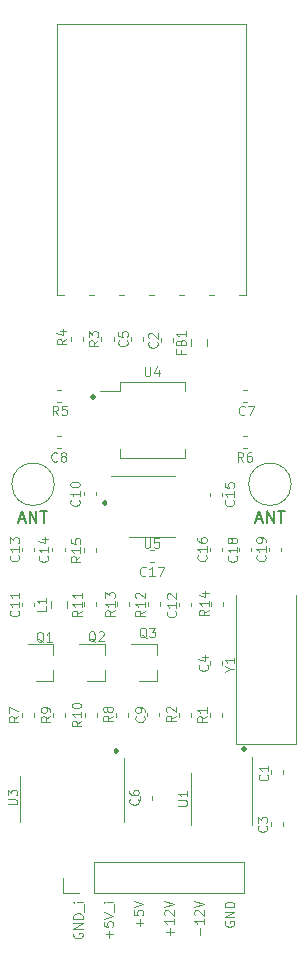
<source format=gto>
G04 #@! TF.GenerationSoftware,KiCad,Pcbnew,(5.1.12)-1*
G04 #@! TF.CreationDate,2021-12-21T10:19:35+01:00*
G04 #@! TF.ProjectId,Transmitter,5472616e-736d-4697-9474-65722e6b6963,rev?*
G04 #@! TF.SameCoordinates,Original*
G04 #@! TF.FileFunction,Legend,Top*
G04 #@! TF.FilePolarity,Positive*
%FSLAX46Y46*%
G04 Gerber Fmt 4.6, Leading zero omitted, Abs format (unit mm)*
G04 Created by KiCad (PCBNEW (5.1.12)-1) date 2021-12-21 10:19:35*
%MOMM*%
%LPD*%
G01*
G04 APERTURE LIST*
%ADD10C,0.100000*%
%ADD11C,0.300000*%
%ADD12C,0.150000*%
%ADD13C,0.120000*%
%ADD14C,3.200000*%
%ADD15R,2.000000X4.500000*%
%ADD16R,2.514000X3.200000*%
%ADD17R,0.900000X0.800000*%
%ADD18C,3.000000*%
%ADD19O,1.700000X1.700000*%
%ADD20R,1.700000X1.700000*%
G04 APERTURE END LIST*
D10*
X136400000Y-125999999D02*
X136361904Y-126076190D01*
X136361904Y-126190476D01*
X136400000Y-126304761D01*
X136476190Y-126380952D01*
X136552380Y-126419047D01*
X136704761Y-126457142D01*
X136819047Y-126457142D01*
X136971428Y-126419047D01*
X137047619Y-126380952D01*
X137123809Y-126304761D01*
X137161904Y-126190476D01*
X137161904Y-126114285D01*
X137123809Y-125999999D01*
X137085714Y-125961904D01*
X136819047Y-125961904D01*
X136819047Y-126114285D01*
X137161904Y-125619047D02*
X136361904Y-125619047D01*
X137161904Y-125161904D01*
X136361904Y-125161904D01*
X137161904Y-124780952D02*
X136361904Y-124780952D01*
X136361904Y-124590476D01*
X136400000Y-124476190D01*
X136476190Y-124399999D01*
X136552380Y-124361904D01*
X136704761Y-124323809D01*
X136819047Y-124323809D01*
X136971428Y-124361904D01*
X137047619Y-124399999D01*
X137123809Y-124476190D01*
X137161904Y-124590476D01*
X137161904Y-124780952D01*
X137238095Y-124171428D02*
X137238095Y-123561904D01*
X137161904Y-123371428D02*
X136628571Y-123371428D01*
X136361904Y-123371428D02*
X136400000Y-123409523D01*
X136438095Y-123371428D01*
X136400000Y-123333333D01*
X136361904Y-123371428D01*
X136438095Y-123371428D01*
X139417142Y-126419047D02*
X139417142Y-125809523D01*
X139721904Y-126114285D02*
X139112380Y-126114285D01*
X138921904Y-125047618D02*
X138921904Y-125428571D01*
X139302857Y-125466666D01*
X139264761Y-125428571D01*
X139226666Y-125352380D01*
X139226666Y-125161904D01*
X139264761Y-125085714D01*
X139302857Y-125047618D01*
X139379047Y-125009523D01*
X139569523Y-125009523D01*
X139645714Y-125047618D01*
X139683809Y-125085714D01*
X139721904Y-125161904D01*
X139721904Y-125352380D01*
X139683809Y-125428571D01*
X139645714Y-125466666D01*
X138921904Y-124780952D02*
X139721904Y-124514285D01*
X138921904Y-124247618D01*
X139798095Y-124171428D02*
X139798095Y-123561904D01*
X139721904Y-123371428D02*
X139188571Y-123371428D01*
X138921904Y-123371428D02*
X138960000Y-123409523D01*
X138998095Y-123371428D01*
X138960000Y-123333333D01*
X138921904Y-123371428D01*
X138998095Y-123371428D01*
X141977142Y-125428571D02*
X141977142Y-124819047D01*
X142281904Y-125123809D02*
X141672380Y-125123809D01*
X141481904Y-124057142D02*
X141481904Y-124438095D01*
X141862857Y-124476190D01*
X141824761Y-124438095D01*
X141786666Y-124361904D01*
X141786666Y-124171428D01*
X141824761Y-124095238D01*
X141862857Y-124057142D01*
X141939047Y-124019047D01*
X142129523Y-124019047D01*
X142205714Y-124057142D01*
X142243809Y-124095238D01*
X142281904Y-124171428D01*
X142281904Y-124361904D01*
X142243809Y-124438095D01*
X142205714Y-124476190D01*
X141481904Y-123790476D02*
X142281904Y-123523809D01*
X141481904Y-123257142D01*
X144537142Y-126190475D02*
X144537142Y-125580952D01*
X144841904Y-125885713D02*
X144232380Y-125885713D01*
X144841904Y-124780952D02*
X144841904Y-125238094D01*
X144841904Y-125009523D02*
X144041904Y-125009523D01*
X144156190Y-125085713D01*
X144232380Y-125161904D01*
X144270476Y-125238094D01*
X144118095Y-124476190D02*
X144080000Y-124438094D01*
X144041904Y-124361904D01*
X144041904Y-124171428D01*
X144080000Y-124095237D01*
X144118095Y-124057142D01*
X144194285Y-124019047D01*
X144270476Y-124019047D01*
X144384761Y-124057142D01*
X144841904Y-124514285D01*
X144841904Y-124019047D01*
X144041904Y-123790475D02*
X144841904Y-123523809D01*
X144041904Y-123257142D01*
X147097142Y-126190475D02*
X147097142Y-125580952D01*
X147401904Y-124780952D02*
X147401904Y-125238094D01*
X147401904Y-125009523D02*
X146601904Y-125009523D01*
X146716190Y-125085713D01*
X146792380Y-125161904D01*
X146830476Y-125238094D01*
X146678095Y-124476190D02*
X146640000Y-124438094D01*
X146601904Y-124361904D01*
X146601904Y-124171428D01*
X146640000Y-124095237D01*
X146678095Y-124057142D01*
X146754285Y-124019047D01*
X146830476Y-124019047D01*
X146944761Y-124057142D01*
X147401904Y-124514285D01*
X147401904Y-124019047D01*
X146601904Y-123790475D02*
X147401904Y-123523809D01*
X146601904Y-123257142D01*
X149200000Y-125009523D02*
X149161904Y-125085714D01*
X149161904Y-125200000D01*
X149200000Y-125314285D01*
X149276190Y-125390476D01*
X149352380Y-125428571D01*
X149504761Y-125466666D01*
X149619047Y-125466666D01*
X149771428Y-125428571D01*
X149847619Y-125390476D01*
X149923809Y-125314285D01*
X149961904Y-125200000D01*
X149961904Y-125123809D01*
X149923809Y-125009523D01*
X149885714Y-124971428D01*
X149619047Y-124971428D01*
X149619047Y-125123809D01*
X149961904Y-124628571D02*
X149161904Y-124628571D01*
X149961904Y-124171428D01*
X149161904Y-124171428D01*
X149961904Y-123790476D02*
X149161904Y-123790476D01*
X149161904Y-123600000D01*
X149200000Y-123485714D01*
X149276190Y-123409523D01*
X149352380Y-123371428D01*
X149504761Y-123333333D01*
X149619047Y-123333333D01*
X149771428Y-123371428D01*
X149847619Y-123409523D01*
X149923809Y-123485714D01*
X149961904Y-123600000D01*
X149961904Y-123790476D01*
D11*
X138000000Y-80535714D02*
X138071428Y-80607142D01*
X138000000Y-80678571D01*
X137928571Y-80607142D01*
X138000000Y-80535714D01*
X138000000Y-80678571D01*
D12*
X151857142Y-90966666D02*
X152333333Y-90966666D01*
X151761904Y-91252380D02*
X152095238Y-90252380D01*
X152428571Y-91252380D01*
X152761904Y-91252380D02*
X152761904Y-90252380D01*
X153333333Y-91252380D01*
X153333333Y-90252380D01*
X153666666Y-90252380D02*
X154238095Y-90252380D01*
X153952380Y-91252380D02*
X153952380Y-90252380D01*
X131757142Y-90966666D02*
X132233333Y-90966666D01*
X131661904Y-91252380D02*
X131995238Y-90252380D01*
X132328571Y-91252380D01*
X132661904Y-91252380D02*
X132661904Y-90252380D01*
X133233333Y-91252380D01*
X133233333Y-90252380D01*
X133566666Y-90252380D02*
X134138095Y-90252380D01*
X133852380Y-91252380D02*
X133852380Y-90252380D01*
D11*
X150800000Y-110335714D02*
X150871428Y-110407142D01*
X150800000Y-110478571D01*
X150728571Y-110407142D01*
X150800000Y-110335714D01*
X150800000Y-110478571D01*
X140000000Y-110535714D02*
X140071428Y-110607142D01*
X140000000Y-110678571D01*
X139928571Y-110607142D01*
X140000000Y-110535714D01*
X140000000Y-110678571D01*
X139000000Y-89535714D02*
X139071428Y-89607142D01*
X139000000Y-89678571D01*
X138928571Y-89607142D01*
X139000000Y-89535714D01*
X139000000Y-89678571D01*
D13*
X137290000Y-93771267D02*
X137290000Y-93428733D01*
X138310000Y-93771267D02*
X138310000Y-93428733D01*
X134440000Y-98436252D02*
X134440000Y-97913748D01*
X135860000Y-98436252D02*
X135860000Y-97913748D01*
X146290000Y-75738748D02*
X146290000Y-76261252D01*
X147710000Y-75738748D02*
X147710000Y-76261252D01*
X152890000Y-93353733D02*
X152890000Y-93646267D01*
X153910000Y-93353733D02*
X153910000Y-93646267D01*
X155200000Y-109950000D02*
X155200000Y-97350000D01*
X150100000Y-109950000D02*
X155200000Y-109950000D01*
X150100000Y-97350000D02*
X150100000Y-109950000D01*
X143030499Y-92460000D02*
X144980499Y-92460000D01*
X143030499Y-92460000D02*
X141080499Y-92460000D01*
X143030499Y-87340000D02*
X144980499Y-87340000D01*
X143030499Y-87340000D02*
X139580499Y-87340000D01*
X140270499Y-80085000D02*
X138580499Y-80085000D01*
X140270499Y-79340000D02*
X140270499Y-80085000D01*
X143030499Y-79340000D02*
X140270499Y-79340000D01*
X145790499Y-79340000D02*
X145790499Y-80085000D01*
X143030499Y-79340000D02*
X145790499Y-79340000D01*
X140270499Y-85760000D02*
X140270499Y-85015000D01*
X143030499Y-85760000D02*
X140270499Y-85760000D01*
X145790499Y-85760000D02*
X145790499Y-85015000D01*
X143030499Y-85760000D02*
X145790499Y-85760000D01*
X140685000Y-114650000D02*
X140685000Y-111200000D01*
X140685000Y-114650000D02*
X140685000Y-116600000D01*
X131815000Y-114650000D02*
X131815000Y-112700000D01*
X131815000Y-114650000D02*
X131815000Y-116600000D01*
X135000000Y-49000000D02*
X151000000Y-49000000D01*
X135000000Y-72000000D02*
X135000000Y-49000000D01*
X151000000Y-72000000D02*
X135000000Y-72000000D01*
X151000000Y-49000000D02*
X151000000Y-72000000D01*
X151510000Y-114650000D02*
X151510000Y-111050000D01*
X151510000Y-114650000D02*
X151510000Y-116850000D01*
X146290000Y-114650000D02*
X146290000Y-112450000D01*
X146290000Y-114650000D02*
X146290000Y-116850000D01*
X149010000Y-98346267D02*
X149010000Y-98003733D01*
X147990000Y-98346267D02*
X147990000Y-98003733D01*
X140090000Y-97978733D02*
X140090000Y-98321267D01*
X141110000Y-97978733D02*
X141110000Y-98321267D01*
X143710000Y-98346267D02*
X143710000Y-98003733D01*
X142690000Y-98346267D02*
X142690000Y-98003733D01*
X138310000Y-98346267D02*
X138310000Y-98003733D01*
X137290000Y-98346267D02*
X137290000Y-98003733D01*
X137306666Y-107328733D02*
X137306666Y-107671267D01*
X138326666Y-107328733D02*
X138326666Y-107671267D01*
X135668333Y-107671267D02*
X135668333Y-107328733D01*
X134648333Y-107671267D02*
X134648333Y-107328733D01*
X139964999Y-107328733D02*
X139964999Y-107671267D01*
X140984999Y-107328733D02*
X140984999Y-107671267D01*
X133010000Y-107671267D02*
X133010000Y-107328733D01*
X131990000Y-107671267D02*
X131990000Y-107328733D01*
X151047267Y-83945000D02*
X150704733Y-83945000D01*
X151047267Y-84965000D02*
X150704733Y-84965000D01*
X134956733Y-81028000D02*
X135299267Y-81028000D01*
X134956733Y-80008000D02*
X135299267Y-80008000D01*
X136142000Y-75520733D02*
X136142000Y-75863267D01*
X137162000Y-75520733D02*
X137162000Y-75863267D01*
X139760000Y-75863267D02*
X139760000Y-75520733D01*
X138740000Y-75863267D02*
X138740000Y-75520733D01*
X146301665Y-107671267D02*
X146301665Y-107328733D01*
X145281665Y-107671267D02*
X145281665Y-107328733D01*
X148960000Y-107671267D02*
X148960000Y-107328733D01*
X147940000Y-107671267D02*
X147940000Y-107328733D01*
X143410000Y-104680000D02*
X141950000Y-104680000D01*
X143410000Y-101520000D02*
X141250000Y-101520000D01*
X143410000Y-101520000D02*
X143410000Y-102450000D01*
X143410000Y-104680000D02*
X143410000Y-103750000D01*
X139010000Y-104680000D02*
X137550000Y-104680000D01*
X139010000Y-101520000D02*
X136850000Y-101520000D01*
X139010000Y-101520000D02*
X139010000Y-102450000D01*
X139010000Y-104680000D02*
X139010000Y-103750000D01*
X134660000Y-104680000D02*
X133200000Y-104680000D01*
X134660000Y-101520000D02*
X132500000Y-101520000D01*
X134660000Y-101520000D02*
X134660000Y-102450000D01*
X134660000Y-104680000D02*
X134660000Y-103750000D01*
X134750694Y-88000000D02*
G75*
G03*
X134750694Y-88000000I-1800694J0D01*
G01*
X154800694Y-88000000D02*
G75*
G03*
X154800694Y-88000000I-1800694J0D01*
G01*
X135470000Y-122630000D02*
X135470000Y-121300000D01*
X136800000Y-122630000D02*
X135470000Y-122630000D01*
X138070000Y-122630000D02*
X138070000Y-119970000D01*
X138070000Y-119970000D02*
X150830000Y-119970000D01*
X138070000Y-122630000D02*
X150830000Y-122630000D01*
X150830000Y-122630000D02*
X150830000Y-119970000D01*
X150390000Y-93353733D02*
X150390000Y-93646267D01*
X151410000Y-93353733D02*
X151410000Y-93646267D01*
X143146267Y-93590000D02*
X142853733Y-93590000D01*
X143146267Y-94610000D02*
X142853733Y-94610000D01*
X148910000Y-93646267D02*
X148910000Y-93353733D01*
X147890000Y-93646267D02*
X147890000Y-93353733D01*
X147890000Y-88703733D02*
X147890000Y-88996267D01*
X148910000Y-88703733D02*
X148910000Y-88996267D01*
X134590000Y-93353733D02*
X134590000Y-93646267D01*
X135610000Y-93353733D02*
X135610000Y-93646267D01*
X131990000Y-93353733D02*
X131990000Y-93646267D01*
X133010000Y-93353733D02*
X133010000Y-93646267D01*
X146360000Y-98321267D02*
X146360000Y-98028733D01*
X145340000Y-98321267D02*
X145340000Y-98028733D01*
X133010000Y-98321267D02*
X133010000Y-98028733D01*
X131990000Y-98321267D02*
X131990000Y-98028733D01*
X138310000Y-88946267D02*
X138310000Y-88653733D01*
X137290000Y-88946267D02*
X137290000Y-88653733D01*
X142623332Y-107353733D02*
X142623332Y-107646267D01*
X143643332Y-107353733D02*
X143643332Y-107646267D01*
X134981733Y-84965000D02*
X135274267Y-84965000D01*
X134981733Y-83945000D02*
X135274267Y-83945000D01*
X151022267Y-80008000D02*
X150729733Y-80008000D01*
X151022267Y-81028000D02*
X150729733Y-81028000D01*
X142040000Y-114403733D02*
X142040000Y-114696267D01*
X143060000Y-114403733D02*
X143060000Y-114696267D01*
X142242000Y-75838267D02*
X142242000Y-75545733D01*
X141222000Y-75838267D02*
X141222000Y-75545733D01*
X148960000Y-103296267D02*
X148960000Y-103003733D01*
X147940000Y-103296267D02*
X147940000Y-103003733D01*
X153090000Y-116603733D02*
X153090000Y-116896267D01*
X154110000Y-116603733D02*
X154110000Y-116896267D01*
X143762000Y-75646233D02*
X143762000Y-75938767D01*
X144782000Y-75646233D02*
X144782000Y-75938767D01*
X153090000Y-112203733D02*
X153090000Y-112496267D01*
X154110000Y-112203733D02*
X154110000Y-112496267D01*
D10*
X136961904Y-94114285D02*
X136580952Y-94380952D01*
X136961904Y-94571428D02*
X136161904Y-94571428D01*
X136161904Y-94266666D01*
X136200000Y-94190476D01*
X136238095Y-94152380D01*
X136314285Y-94114285D01*
X136428571Y-94114285D01*
X136504761Y-94152380D01*
X136542857Y-94190476D01*
X136580952Y-94266666D01*
X136580952Y-94571428D01*
X136961904Y-93352380D02*
X136961904Y-93809523D01*
X136961904Y-93580952D02*
X136161904Y-93580952D01*
X136276190Y-93657142D01*
X136352380Y-93733333D01*
X136390476Y-93809523D01*
X136161904Y-92628571D02*
X136161904Y-93009523D01*
X136542857Y-93047619D01*
X136504761Y-93009523D01*
X136466666Y-92933333D01*
X136466666Y-92742857D01*
X136504761Y-92666666D01*
X136542857Y-92628571D01*
X136619047Y-92590476D01*
X136809523Y-92590476D01*
X136885714Y-92628571D01*
X136923809Y-92666666D01*
X136961904Y-92742857D01*
X136961904Y-92933333D01*
X136923809Y-93009523D01*
X136885714Y-93047619D01*
X134061904Y-98308333D02*
X134061904Y-98689285D01*
X133261904Y-98689285D01*
X134061904Y-97622619D02*
X134061904Y-98079761D01*
X134061904Y-97851190D02*
X133261904Y-97851190D01*
X133376190Y-97927380D01*
X133452380Y-98003571D01*
X133490476Y-98079761D01*
X145442857Y-76666666D02*
X145442857Y-76933333D01*
X145861904Y-76933333D02*
X145061904Y-76933333D01*
X145061904Y-76552380D01*
X145442857Y-75980952D02*
X145480952Y-75866666D01*
X145519047Y-75828571D01*
X145595238Y-75790476D01*
X145709523Y-75790476D01*
X145785714Y-75828571D01*
X145823809Y-75866666D01*
X145861904Y-75942857D01*
X145861904Y-76247619D01*
X145061904Y-76247619D01*
X145061904Y-75980952D01*
X145100000Y-75904761D01*
X145138095Y-75866666D01*
X145214285Y-75828571D01*
X145290476Y-75828571D01*
X145366666Y-75866666D01*
X145404761Y-75904761D01*
X145442857Y-75980952D01*
X145442857Y-76247619D01*
X145861904Y-75028571D02*
X145861904Y-75485714D01*
X145861904Y-75257142D02*
X145061904Y-75257142D01*
X145176190Y-75333333D01*
X145252380Y-75409523D01*
X145290476Y-75485714D01*
X152585714Y-94014285D02*
X152623809Y-94052380D01*
X152661904Y-94166666D01*
X152661904Y-94242857D01*
X152623809Y-94357142D01*
X152547619Y-94433333D01*
X152471428Y-94471428D01*
X152319047Y-94509523D01*
X152204761Y-94509523D01*
X152052380Y-94471428D01*
X151976190Y-94433333D01*
X151900000Y-94357142D01*
X151861904Y-94242857D01*
X151861904Y-94166666D01*
X151900000Y-94052380D01*
X151938095Y-94014285D01*
X152661904Y-93252380D02*
X152661904Y-93709523D01*
X152661904Y-93480952D02*
X151861904Y-93480952D01*
X151976190Y-93557142D01*
X152052380Y-93633333D01*
X152090476Y-93709523D01*
X152661904Y-92871428D02*
X152661904Y-92719047D01*
X152623809Y-92642857D01*
X152585714Y-92604761D01*
X152471428Y-92528571D01*
X152319047Y-92490476D01*
X152014285Y-92490476D01*
X151938095Y-92528571D01*
X151900000Y-92566666D01*
X151861904Y-92642857D01*
X151861904Y-92795238D01*
X151900000Y-92871428D01*
X151938095Y-92909523D01*
X152014285Y-92947619D01*
X152204761Y-92947619D01*
X152280952Y-92909523D01*
X152319047Y-92871428D01*
X152357142Y-92795238D01*
X152357142Y-92642857D01*
X152319047Y-92566666D01*
X152280952Y-92528571D01*
X152204761Y-92490476D01*
X149580952Y-103630952D02*
X149961904Y-103630952D01*
X149161904Y-103897619D02*
X149580952Y-103630952D01*
X149161904Y-103364285D01*
X149961904Y-102678571D02*
X149961904Y-103135714D01*
X149961904Y-102907142D02*
X149161904Y-102907142D01*
X149276190Y-102983333D01*
X149352380Y-103059523D01*
X149390476Y-103135714D01*
X142390476Y-92561904D02*
X142390476Y-93209523D01*
X142428571Y-93285714D01*
X142466666Y-93323809D01*
X142542857Y-93361904D01*
X142695238Y-93361904D01*
X142771428Y-93323809D01*
X142809523Y-93285714D01*
X142847619Y-93209523D01*
X142847619Y-92561904D01*
X143609523Y-92561904D02*
X143228571Y-92561904D01*
X143190476Y-92942857D01*
X143228571Y-92904761D01*
X143304761Y-92866666D01*
X143495238Y-92866666D01*
X143571428Y-92904761D01*
X143609523Y-92942857D01*
X143647619Y-93019047D01*
X143647619Y-93209523D01*
X143609523Y-93285714D01*
X143571428Y-93323809D01*
X143495238Y-93361904D01*
X143304761Y-93361904D01*
X143228571Y-93323809D01*
X143190476Y-93285714D01*
X142420975Y-78061904D02*
X142420975Y-78709523D01*
X142459070Y-78785714D01*
X142497165Y-78823809D01*
X142573356Y-78861904D01*
X142725737Y-78861904D01*
X142801927Y-78823809D01*
X142840022Y-78785714D01*
X142878118Y-78709523D01*
X142878118Y-78061904D01*
X143601927Y-78328571D02*
X143601927Y-78861904D01*
X143411451Y-78023809D02*
X143220975Y-78595238D01*
X143716213Y-78595238D01*
X130811904Y-115109523D02*
X131459523Y-115109523D01*
X131535714Y-115071428D01*
X131573809Y-115033333D01*
X131611904Y-114957142D01*
X131611904Y-114804761D01*
X131573809Y-114728571D01*
X131535714Y-114690476D01*
X131459523Y-114652380D01*
X130811904Y-114652380D01*
X130811904Y-114347619D02*
X130811904Y-113852380D01*
X131116666Y-114119047D01*
X131116666Y-114004761D01*
X131154761Y-113928571D01*
X131192857Y-113890476D01*
X131269047Y-113852380D01*
X131459523Y-113852380D01*
X131535714Y-113890476D01*
X131573809Y-113928571D01*
X131611904Y-114004761D01*
X131611904Y-114233333D01*
X131573809Y-114309523D01*
X131535714Y-114347619D01*
X145211904Y-115209523D02*
X145859523Y-115209523D01*
X145935714Y-115171428D01*
X145973809Y-115133333D01*
X146011904Y-115057142D01*
X146011904Y-114904761D01*
X145973809Y-114828571D01*
X145935714Y-114790476D01*
X145859523Y-114752380D01*
X145211904Y-114752380D01*
X146011904Y-113952380D02*
X146011904Y-114409523D01*
X146011904Y-114180952D02*
X145211904Y-114180952D01*
X145326190Y-114257142D01*
X145402380Y-114333333D01*
X145440476Y-114409523D01*
X147811904Y-98614285D02*
X147430952Y-98880952D01*
X147811904Y-99071428D02*
X147011904Y-99071428D01*
X147011904Y-98766666D01*
X147050000Y-98690476D01*
X147088095Y-98652380D01*
X147164285Y-98614285D01*
X147278571Y-98614285D01*
X147354761Y-98652380D01*
X147392857Y-98690476D01*
X147430952Y-98766666D01*
X147430952Y-99071428D01*
X147811904Y-97852380D02*
X147811904Y-98309523D01*
X147811904Y-98080952D02*
X147011904Y-98080952D01*
X147126190Y-98157142D01*
X147202380Y-98233333D01*
X147240476Y-98309523D01*
X147278571Y-97166666D02*
X147811904Y-97166666D01*
X146973809Y-97357142D02*
X147545238Y-97547619D01*
X147545238Y-97052380D01*
X139861904Y-98664285D02*
X139480952Y-98930952D01*
X139861904Y-99121428D02*
X139061904Y-99121428D01*
X139061904Y-98816666D01*
X139100000Y-98740476D01*
X139138095Y-98702380D01*
X139214285Y-98664285D01*
X139328571Y-98664285D01*
X139404761Y-98702380D01*
X139442857Y-98740476D01*
X139480952Y-98816666D01*
X139480952Y-99121428D01*
X139861904Y-97902380D02*
X139861904Y-98359523D01*
X139861904Y-98130952D02*
X139061904Y-98130952D01*
X139176190Y-98207142D01*
X139252380Y-98283333D01*
X139290476Y-98359523D01*
X139061904Y-97635714D02*
X139061904Y-97140476D01*
X139366666Y-97407142D01*
X139366666Y-97292857D01*
X139404761Y-97216666D01*
X139442857Y-97178571D01*
X139519047Y-97140476D01*
X139709523Y-97140476D01*
X139785714Y-97178571D01*
X139823809Y-97216666D01*
X139861904Y-97292857D01*
X139861904Y-97521428D01*
X139823809Y-97597619D01*
X139785714Y-97635714D01*
X142411904Y-98689285D02*
X142030952Y-98955952D01*
X142411904Y-99146428D02*
X141611904Y-99146428D01*
X141611904Y-98841666D01*
X141650000Y-98765476D01*
X141688095Y-98727380D01*
X141764285Y-98689285D01*
X141878571Y-98689285D01*
X141954761Y-98727380D01*
X141992857Y-98765476D01*
X142030952Y-98841666D01*
X142030952Y-99146428D01*
X142411904Y-97927380D02*
X142411904Y-98384523D01*
X142411904Y-98155952D02*
X141611904Y-98155952D01*
X141726190Y-98232142D01*
X141802380Y-98308333D01*
X141840476Y-98384523D01*
X141688095Y-97622619D02*
X141650000Y-97584523D01*
X141611904Y-97508333D01*
X141611904Y-97317857D01*
X141650000Y-97241666D01*
X141688095Y-97203571D01*
X141764285Y-97165476D01*
X141840476Y-97165476D01*
X141954761Y-97203571D01*
X142411904Y-97660714D01*
X142411904Y-97165476D01*
X137061904Y-98689285D02*
X136680952Y-98955952D01*
X137061904Y-99146428D02*
X136261904Y-99146428D01*
X136261904Y-98841666D01*
X136300000Y-98765476D01*
X136338095Y-98727380D01*
X136414285Y-98689285D01*
X136528571Y-98689285D01*
X136604761Y-98727380D01*
X136642857Y-98765476D01*
X136680952Y-98841666D01*
X136680952Y-99146428D01*
X137061904Y-97927380D02*
X137061904Y-98384523D01*
X137061904Y-98155952D02*
X136261904Y-98155952D01*
X136376190Y-98232142D01*
X136452380Y-98308333D01*
X136490476Y-98384523D01*
X137061904Y-97165476D02*
X137061904Y-97622619D01*
X137061904Y-97394047D02*
X136261904Y-97394047D01*
X136376190Y-97470238D01*
X136452380Y-97546428D01*
X136490476Y-97622619D01*
X137028570Y-108014285D02*
X136647618Y-108280952D01*
X137028570Y-108471428D02*
X136228570Y-108471428D01*
X136228570Y-108166666D01*
X136266666Y-108090476D01*
X136304761Y-108052380D01*
X136380951Y-108014285D01*
X136495237Y-108014285D01*
X136571427Y-108052380D01*
X136609523Y-108090476D01*
X136647618Y-108166666D01*
X136647618Y-108471428D01*
X137028570Y-107252380D02*
X137028570Y-107709523D01*
X137028570Y-107480952D02*
X136228570Y-107480952D01*
X136342856Y-107557142D01*
X136419046Y-107633333D01*
X136457142Y-107709523D01*
X136228570Y-106757142D02*
X136228570Y-106680952D01*
X136266666Y-106604761D01*
X136304761Y-106566666D01*
X136380951Y-106528571D01*
X136533332Y-106490476D01*
X136723808Y-106490476D01*
X136876189Y-106528571D01*
X136952380Y-106566666D01*
X136990475Y-106604761D01*
X137028570Y-106680952D01*
X137028570Y-106757142D01*
X136990475Y-106833333D01*
X136952380Y-106871428D01*
X136876189Y-106909523D01*
X136723808Y-106947619D01*
X136533332Y-106947619D01*
X136380951Y-106909523D01*
X136304761Y-106871428D01*
X136266666Y-106833333D01*
X136228570Y-106757142D01*
X134420237Y-107633333D02*
X134039285Y-107900000D01*
X134420237Y-108090476D02*
X133620237Y-108090476D01*
X133620237Y-107785714D01*
X133658333Y-107709523D01*
X133696428Y-107671428D01*
X133772618Y-107633333D01*
X133886904Y-107633333D01*
X133963094Y-107671428D01*
X134001190Y-107709523D01*
X134039285Y-107785714D01*
X134039285Y-108090476D01*
X134420237Y-107252380D02*
X134420237Y-107100000D01*
X134382142Y-107023809D01*
X134344047Y-106985714D01*
X134229761Y-106909523D01*
X134077380Y-106871428D01*
X133772618Y-106871428D01*
X133696428Y-106909523D01*
X133658333Y-106947619D01*
X133620237Y-107023809D01*
X133620237Y-107176190D01*
X133658333Y-107252380D01*
X133696428Y-107290476D01*
X133772618Y-107328571D01*
X133963094Y-107328571D01*
X134039285Y-107290476D01*
X134077380Y-107252380D01*
X134115475Y-107176190D01*
X134115475Y-107023809D01*
X134077380Y-106947619D01*
X134039285Y-106909523D01*
X133963094Y-106871428D01*
X139686903Y-107583333D02*
X139305951Y-107850000D01*
X139686903Y-108040476D02*
X138886903Y-108040476D01*
X138886903Y-107735714D01*
X138924999Y-107659523D01*
X138963094Y-107621428D01*
X139039284Y-107583333D01*
X139153570Y-107583333D01*
X139229760Y-107621428D01*
X139267856Y-107659523D01*
X139305951Y-107735714D01*
X139305951Y-108040476D01*
X139229760Y-107126190D02*
X139191665Y-107202380D01*
X139153570Y-107240476D01*
X139077379Y-107278571D01*
X139039284Y-107278571D01*
X138963094Y-107240476D01*
X138924999Y-107202380D01*
X138886903Y-107126190D01*
X138886903Y-106973809D01*
X138924999Y-106897619D01*
X138963094Y-106859523D01*
X139039284Y-106821428D01*
X139077379Y-106821428D01*
X139153570Y-106859523D01*
X139191665Y-106897619D01*
X139229760Y-106973809D01*
X139229760Y-107126190D01*
X139267856Y-107202380D01*
X139305951Y-107240476D01*
X139382141Y-107278571D01*
X139534522Y-107278571D01*
X139610713Y-107240476D01*
X139648808Y-107202380D01*
X139686903Y-107126190D01*
X139686903Y-106973809D01*
X139648808Y-106897619D01*
X139610713Y-106859523D01*
X139534522Y-106821428D01*
X139382141Y-106821428D01*
X139305951Y-106859523D01*
X139267856Y-106897619D01*
X139229760Y-106973809D01*
X131711904Y-107633333D02*
X131330952Y-107900000D01*
X131711904Y-108090476D02*
X130911904Y-108090476D01*
X130911904Y-107785714D01*
X130950000Y-107709523D01*
X130988095Y-107671428D01*
X131064285Y-107633333D01*
X131178571Y-107633333D01*
X131254761Y-107671428D01*
X131292857Y-107709523D01*
X131330952Y-107785714D01*
X131330952Y-108090476D01*
X130911904Y-107366666D02*
X130911904Y-106833333D01*
X131711904Y-107176190D01*
X150728666Y-86086904D02*
X150462000Y-85705952D01*
X150271523Y-86086904D02*
X150271523Y-85286904D01*
X150576285Y-85286904D01*
X150652476Y-85325000D01*
X150690571Y-85363095D01*
X150728666Y-85439285D01*
X150728666Y-85553571D01*
X150690571Y-85629761D01*
X150652476Y-85667857D01*
X150576285Y-85705952D01*
X150271523Y-85705952D01*
X151414380Y-85286904D02*
X151262000Y-85286904D01*
X151185809Y-85325000D01*
X151147714Y-85363095D01*
X151071523Y-85477380D01*
X151033428Y-85629761D01*
X151033428Y-85934523D01*
X151071523Y-86010714D01*
X151109619Y-86048809D01*
X151185809Y-86086904D01*
X151338190Y-86086904D01*
X151414380Y-86048809D01*
X151452476Y-86010714D01*
X151490571Y-85934523D01*
X151490571Y-85744047D01*
X151452476Y-85667857D01*
X151414380Y-85629761D01*
X151338190Y-85591666D01*
X151185809Y-85591666D01*
X151109619Y-85629761D01*
X151071523Y-85667857D01*
X151033428Y-85744047D01*
X135058166Y-82149904D02*
X134791500Y-81768952D01*
X134601023Y-82149904D02*
X134601023Y-81349904D01*
X134905785Y-81349904D01*
X134981976Y-81388000D01*
X135020071Y-81426095D01*
X135058166Y-81502285D01*
X135058166Y-81616571D01*
X135020071Y-81692761D01*
X134981976Y-81730857D01*
X134905785Y-81768952D01*
X134601023Y-81768952D01*
X135781976Y-81349904D02*
X135401023Y-81349904D01*
X135362928Y-81730857D01*
X135401023Y-81692761D01*
X135477214Y-81654666D01*
X135667690Y-81654666D01*
X135743880Y-81692761D01*
X135781976Y-81730857D01*
X135820071Y-81807047D01*
X135820071Y-81997523D01*
X135781976Y-82073714D01*
X135743880Y-82111809D01*
X135667690Y-82149904D01*
X135477214Y-82149904D01*
X135401023Y-82111809D01*
X135362928Y-82073714D01*
X135743904Y-75684333D02*
X135362952Y-75951000D01*
X135743904Y-76141476D02*
X134943904Y-76141476D01*
X134943904Y-75836714D01*
X134982000Y-75760523D01*
X135020095Y-75722428D01*
X135096285Y-75684333D01*
X135210571Y-75684333D01*
X135286761Y-75722428D01*
X135324857Y-75760523D01*
X135362952Y-75836714D01*
X135362952Y-76141476D01*
X135210571Y-74998619D02*
X135743904Y-74998619D01*
X134905809Y-75189095D02*
X135477238Y-75379571D01*
X135477238Y-74884333D01*
X138468904Y-75825333D02*
X138087952Y-76092000D01*
X138468904Y-76282476D02*
X137668904Y-76282476D01*
X137668904Y-75977714D01*
X137707000Y-75901523D01*
X137745095Y-75863428D01*
X137821285Y-75825333D01*
X137935571Y-75825333D01*
X138011761Y-75863428D01*
X138049857Y-75901523D01*
X138087952Y-75977714D01*
X138087952Y-76282476D01*
X137668904Y-75558666D02*
X137668904Y-75063428D01*
X137973666Y-75330095D01*
X137973666Y-75215809D01*
X138011761Y-75139619D01*
X138049857Y-75101523D01*
X138126047Y-75063428D01*
X138316523Y-75063428D01*
X138392714Y-75101523D01*
X138430809Y-75139619D01*
X138468904Y-75215809D01*
X138468904Y-75444380D01*
X138430809Y-75520571D01*
X138392714Y-75558666D01*
X145011904Y-107583333D02*
X144630952Y-107850000D01*
X145011904Y-108040476D02*
X144211904Y-108040476D01*
X144211904Y-107735714D01*
X144250000Y-107659523D01*
X144288095Y-107621428D01*
X144364285Y-107583333D01*
X144478571Y-107583333D01*
X144554761Y-107621428D01*
X144592857Y-107659523D01*
X144630952Y-107735714D01*
X144630952Y-108040476D01*
X144288095Y-107278571D02*
X144250000Y-107240476D01*
X144211904Y-107164285D01*
X144211904Y-106973809D01*
X144250000Y-106897619D01*
X144288095Y-106859523D01*
X144364285Y-106821428D01*
X144440476Y-106821428D01*
X144554761Y-106859523D01*
X145011904Y-107316666D01*
X145011904Y-106821428D01*
X147661904Y-107633333D02*
X147280952Y-107900000D01*
X147661904Y-108090476D02*
X146861904Y-108090476D01*
X146861904Y-107785714D01*
X146900000Y-107709523D01*
X146938095Y-107671428D01*
X147014285Y-107633333D01*
X147128571Y-107633333D01*
X147204761Y-107671428D01*
X147242857Y-107709523D01*
X147280952Y-107785714D01*
X147280952Y-108090476D01*
X147661904Y-106871428D02*
X147661904Y-107328571D01*
X147661904Y-107100000D02*
X146861904Y-107100000D01*
X146976190Y-107176190D01*
X147052380Y-107252380D01*
X147090476Y-107328571D01*
X142573809Y-101038095D02*
X142497619Y-101000000D01*
X142421428Y-100923809D01*
X142307142Y-100809523D01*
X142230952Y-100771428D01*
X142154761Y-100771428D01*
X142192857Y-100961904D02*
X142116666Y-100923809D01*
X142040476Y-100847619D01*
X142002380Y-100695238D01*
X142002380Y-100428571D01*
X142040476Y-100276190D01*
X142116666Y-100200000D01*
X142192857Y-100161904D01*
X142345238Y-100161904D01*
X142421428Y-100200000D01*
X142497619Y-100276190D01*
X142535714Y-100428571D01*
X142535714Y-100695238D01*
X142497619Y-100847619D01*
X142421428Y-100923809D01*
X142345238Y-100961904D01*
X142192857Y-100961904D01*
X142802380Y-100161904D02*
X143297619Y-100161904D01*
X143030952Y-100466666D01*
X143145238Y-100466666D01*
X143221428Y-100504761D01*
X143259523Y-100542857D01*
X143297619Y-100619047D01*
X143297619Y-100809523D01*
X143259523Y-100885714D01*
X143221428Y-100923809D01*
X143145238Y-100961904D01*
X142916666Y-100961904D01*
X142840476Y-100923809D01*
X142802380Y-100885714D01*
X138223809Y-101338095D02*
X138147619Y-101300000D01*
X138071428Y-101223809D01*
X137957142Y-101109523D01*
X137880952Y-101071428D01*
X137804761Y-101071428D01*
X137842857Y-101261904D02*
X137766666Y-101223809D01*
X137690476Y-101147619D01*
X137652380Y-100995238D01*
X137652380Y-100728571D01*
X137690476Y-100576190D01*
X137766666Y-100500000D01*
X137842857Y-100461904D01*
X137995238Y-100461904D01*
X138071428Y-100500000D01*
X138147619Y-100576190D01*
X138185714Y-100728571D01*
X138185714Y-100995238D01*
X138147619Y-101147619D01*
X138071428Y-101223809D01*
X137995238Y-101261904D01*
X137842857Y-101261904D01*
X138490476Y-100538095D02*
X138528571Y-100500000D01*
X138604761Y-100461904D01*
X138795238Y-100461904D01*
X138871428Y-100500000D01*
X138909523Y-100538095D01*
X138947619Y-100614285D01*
X138947619Y-100690476D01*
X138909523Y-100804761D01*
X138452380Y-101261904D01*
X138947619Y-101261904D01*
X133823809Y-101388095D02*
X133747619Y-101350000D01*
X133671428Y-101273809D01*
X133557142Y-101159523D01*
X133480952Y-101121428D01*
X133404761Y-101121428D01*
X133442857Y-101311904D02*
X133366666Y-101273809D01*
X133290476Y-101197619D01*
X133252380Y-101045238D01*
X133252380Y-100778571D01*
X133290476Y-100626190D01*
X133366666Y-100550000D01*
X133442857Y-100511904D01*
X133595238Y-100511904D01*
X133671428Y-100550000D01*
X133747619Y-100626190D01*
X133785714Y-100778571D01*
X133785714Y-101045238D01*
X133747619Y-101197619D01*
X133671428Y-101273809D01*
X133595238Y-101311904D01*
X133442857Y-101311904D01*
X134547619Y-101311904D02*
X134090476Y-101311904D01*
X134319047Y-101311904D02*
X134319047Y-100511904D01*
X134242857Y-100626190D01*
X134166666Y-100702380D01*
X134090476Y-100740476D01*
X150135714Y-94064285D02*
X150173809Y-94102380D01*
X150211904Y-94216666D01*
X150211904Y-94292857D01*
X150173809Y-94407142D01*
X150097619Y-94483333D01*
X150021428Y-94521428D01*
X149869047Y-94559523D01*
X149754761Y-94559523D01*
X149602380Y-94521428D01*
X149526190Y-94483333D01*
X149450000Y-94407142D01*
X149411904Y-94292857D01*
X149411904Y-94216666D01*
X149450000Y-94102380D01*
X149488095Y-94064285D01*
X150211904Y-93302380D02*
X150211904Y-93759523D01*
X150211904Y-93530952D02*
X149411904Y-93530952D01*
X149526190Y-93607142D01*
X149602380Y-93683333D01*
X149640476Y-93759523D01*
X149754761Y-92845238D02*
X149716666Y-92921428D01*
X149678571Y-92959523D01*
X149602380Y-92997619D01*
X149564285Y-92997619D01*
X149488095Y-92959523D01*
X149450000Y-92921428D01*
X149411904Y-92845238D01*
X149411904Y-92692857D01*
X149450000Y-92616666D01*
X149488095Y-92578571D01*
X149564285Y-92540476D01*
X149602380Y-92540476D01*
X149678571Y-92578571D01*
X149716666Y-92616666D01*
X149754761Y-92692857D01*
X149754761Y-92845238D01*
X149792857Y-92921428D01*
X149830952Y-92959523D01*
X149907142Y-92997619D01*
X150059523Y-92997619D01*
X150135714Y-92959523D01*
X150173809Y-92921428D01*
X150211904Y-92845238D01*
X150211904Y-92692857D01*
X150173809Y-92616666D01*
X150135714Y-92578571D01*
X150059523Y-92540476D01*
X149907142Y-92540476D01*
X149830952Y-92578571D01*
X149792857Y-92616666D01*
X149754761Y-92692857D01*
X142485714Y-95685714D02*
X142447619Y-95723809D01*
X142333333Y-95761904D01*
X142257142Y-95761904D01*
X142142857Y-95723809D01*
X142066666Y-95647619D01*
X142028571Y-95571428D01*
X141990476Y-95419047D01*
X141990476Y-95304761D01*
X142028571Y-95152380D01*
X142066666Y-95076190D01*
X142142857Y-95000000D01*
X142257142Y-94961904D01*
X142333333Y-94961904D01*
X142447619Y-95000000D01*
X142485714Y-95038095D01*
X143247619Y-95761904D02*
X142790476Y-95761904D01*
X143019047Y-95761904D02*
X143019047Y-94961904D01*
X142942857Y-95076190D01*
X142866666Y-95152380D01*
X142790476Y-95190476D01*
X143514285Y-94961904D02*
X144047619Y-94961904D01*
X143704761Y-95761904D01*
X147585714Y-94014285D02*
X147623809Y-94052380D01*
X147661904Y-94166666D01*
X147661904Y-94242857D01*
X147623809Y-94357142D01*
X147547619Y-94433333D01*
X147471428Y-94471428D01*
X147319047Y-94509523D01*
X147204761Y-94509523D01*
X147052380Y-94471428D01*
X146976190Y-94433333D01*
X146900000Y-94357142D01*
X146861904Y-94242857D01*
X146861904Y-94166666D01*
X146900000Y-94052380D01*
X146938095Y-94014285D01*
X147661904Y-93252380D02*
X147661904Y-93709523D01*
X147661904Y-93480952D02*
X146861904Y-93480952D01*
X146976190Y-93557142D01*
X147052380Y-93633333D01*
X147090476Y-93709523D01*
X146861904Y-92566666D02*
X146861904Y-92719047D01*
X146900000Y-92795238D01*
X146938095Y-92833333D01*
X147052380Y-92909523D01*
X147204761Y-92947619D01*
X147509523Y-92947619D01*
X147585714Y-92909523D01*
X147623809Y-92871428D01*
X147661904Y-92795238D01*
X147661904Y-92642857D01*
X147623809Y-92566666D01*
X147585714Y-92528571D01*
X147509523Y-92490476D01*
X147319047Y-92490476D01*
X147242857Y-92528571D01*
X147204761Y-92566666D01*
X147166666Y-92642857D01*
X147166666Y-92795238D01*
X147204761Y-92871428D01*
X147242857Y-92909523D01*
X147319047Y-92947619D01*
X149885714Y-89364285D02*
X149923809Y-89402380D01*
X149961904Y-89516666D01*
X149961904Y-89592857D01*
X149923809Y-89707142D01*
X149847619Y-89783333D01*
X149771428Y-89821428D01*
X149619047Y-89859523D01*
X149504761Y-89859523D01*
X149352380Y-89821428D01*
X149276190Y-89783333D01*
X149200000Y-89707142D01*
X149161904Y-89592857D01*
X149161904Y-89516666D01*
X149200000Y-89402380D01*
X149238095Y-89364285D01*
X149961904Y-88602380D02*
X149961904Y-89059523D01*
X149961904Y-88830952D02*
X149161904Y-88830952D01*
X149276190Y-88907142D01*
X149352380Y-88983333D01*
X149390476Y-89059523D01*
X149161904Y-87878571D02*
X149161904Y-88259523D01*
X149542857Y-88297619D01*
X149504761Y-88259523D01*
X149466666Y-88183333D01*
X149466666Y-87992857D01*
X149504761Y-87916666D01*
X149542857Y-87878571D01*
X149619047Y-87840476D01*
X149809523Y-87840476D01*
X149885714Y-87878571D01*
X149923809Y-87916666D01*
X149961904Y-87992857D01*
X149961904Y-88183333D01*
X149923809Y-88259523D01*
X149885714Y-88297619D01*
X134135714Y-94064285D02*
X134173809Y-94102380D01*
X134211904Y-94216666D01*
X134211904Y-94292857D01*
X134173809Y-94407142D01*
X134097619Y-94483333D01*
X134021428Y-94521428D01*
X133869047Y-94559523D01*
X133754761Y-94559523D01*
X133602380Y-94521428D01*
X133526190Y-94483333D01*
X133450000Y-94407142D01*
X133411904Y-94292857D01*
X133411904Y-94216666D01*
X133450000Y-94102380D01*
X133488095Y-94064285D01*
X134211904Y-93302380D02*
X134211904Y-93759523D01*
X134211904Y-93530952D02*
X133411904Y-93530952D01*
X133526190Y-93607142D01*
X133602380Y-93683333D01*
X133640476Y-93759523D01*
X133678571Y-92616666D02*
X134211904Y-92616666D01*
X133373809Y-92807142D02*
X133945238Y-92997619D01*
X133945238Y-92502380D01*
X131685714Y-94014285D02*
X131723809Y-94052380D01*
X131761904Y-94166666D01*
X131761904Y-94242857D01*
X131723809Y-94357142D01*
X131647619Y-94433333D01*
X131571428Y-94471428D01*
X131419047Y-94509523D01*
X131304761Y-94509523D01*
X131152380Y-94471428D01*
X131076190Y-94433333D01*
X131000000Y-94357142D01*
X130961904Y-94242857D01*
X130961904Y-94166666D01*
X131000000Y-94052380D01*
X131038095Y-94014285D01*
X131761904Y-93252380D02*
X131761904Y-93709523D01*
X131761904Y-93480952D02*
X130961904Y-93480952D01*
X131076190Y-93557142D01*
X131152380Y-93633333D01*
X131190476Y-93709523D01*
X130961904Y-92985714D02*
X130961904Y-92490476D01*
X131266666Y-92757142D01*
X131266666Y-92642857D01*
X131304761Y-92566666D01*
X131342857Y-92528571D01*
X131419047Y-92490476D01*
X131609523Y-92490476D01*
X131685714Y-92528571D01*
X131723809Y-92566666D01*
X131761904Y-92642857D01*
X131761904Y-92871428D01*
X131723809Y-92947619D01*
X131685714Y-92985714D01*
X144985714Y-98739285D02*
X145023809Y-98777380D01*
X145061904Y-98891666D01*
X145061904Y-98967857D01*
X145023809Y-99082142D01*
X144947619Y-99158333D01*
X144871428Y-99196428D01*
X144719047Y-99234523D01*
X144604761Y-99234523D01*
X144452380Y-99196428D01*
X144376190Y-99158333D01*
X144300000Y-99082142D01*
X144261904Y-98967857D01*
X144261904Y-98891666D01*
X144300000Y-98777380D01*
X144338095Y-98739285D01*
X145061904Y-97977380D02*
X145061904Y-98434523D01*
X145061904Y-98205952D02*
X144261904Y-98205952D01*
X144376190Y-98282142D01*
X144452380Y-98358333D01*
X144490476Y-98434523D01*
X144338095Y-97672619D02*
X144300000Y-97634523D01*
X144261904Y-97558333D01*
X144261904Y-97367857D01*
X144300000Y-97291666D01*
X144338095Y-97253571D01*
X144414285Y-97215476D01*
X144490476Y-97215476D01*
X144604761Y-97253571D01*
X145061904Y-97710714D01*
X145061904Y-97215476D01*
X131685714Y-98689285D02*
X131723809Y-98727380D01*
X131761904Y-98841666D01*
X131761904Y-98917857D01*
X131723809Y-99032142D01*
X131647619Y-99108333D01*
X131571428Y-99146428D01*
X131419047Y-99184523D01*
X131304761Y-99184523D01*
X131152380Y-99146428D01*
X131076190Y-99108333D01*
X131000000Y-99032142D01*
X130961904Y-98917857D01*
X130961904Y-98841666D01*
X131000000Y-98727380D01*
X131038095Y-98689285D01*
X131761904Y-97927380D02*
X131761904Y-98384523D01*
X131761904Y-98155952D02*
X130961904Y-98155952D01*
X131076190Y-98232142D01*
X131152380Y-98308333D01*
X131190476Y-98384523D01*
X131761904Y-97165476D02*
X131761904Y-97622619D01*
X131761904Y-97394047D02*
X130961904Y-97394047D01*
X131076190Y-97470238D01*
X131152380Y-97546428D01*
X131190476Y-97622619D01*
X136835714Y-89314285D02*
X136873809Y-89352380D01*
X136911904Y-89466666D01*
X136911904Y-89542857D01*
X136873809Y-89657142D01*
X136797619Y-89733333D01*
X136721428Y-89771428D01*
X136569047Y-89809523D01*
X136454761Y-89809523D01*
X136302380Y-89771428D01*
X136226190Y-89733333D01*
X136150000Y-89657142D01*
X136111904Y-89542857D01*
X136111904Y-89466666D01*
X136150000Y-89352380D01*
X136188095Y-89314285D01*
X136911904Y-88552380D02*
X136911904Y-89009523D01*
X136911904Y-88780952D02*
X136111904Y-88780952D01*
X136226190Y-88857142D01*
X136302380Y-88933333D01*
X136340476Y-89009523D01*
X136111904Y-88057142D02*
X136111904Y-87980952D01*
X136150000Y-87904761D01*
X136188095Y-87866666D01*
X136264285Y-87828571D01*
X136416666Y-87790476D01*
X136607142Y-87790476D01*
X136759523Y-87828571D01*
X136835714Y-87866666D01*
X136873809Y-87904761D01*
X136911904Y-87980952D01*
X136911904Y-88057142D01*
X136873809Y-88133333D01*
X136835714Y-88171428D01*
X136759523Y-88209523D01*
X136607142Y-88247619D01*
X136416666Y-88247619D01*
X136264285Y-88209523D01*
X136188095Y-88171428D01*
X136150000Y-88133333D01*
X136111904Y-88057142D01*
X142335714Y-107633333D02*
X142373809Y-107671428D01*
X142411904Y-107785714D01*
X142411904Y-107861904D01*
X142373809Y-107976190D01*
X142297619Y-108052380D01*
X142221428Y-108090476D01*
X142069047Y-108128571D01*
X141954761Y-108128571D01*
X141802380Y-108090476D01*
X141726190Y-108052380D01*
X141650000Y-107976190D01*
X141611904Y-107861904D01*
X141611904Y-107785714D01*
X141650000Y-107671428D01*
X141688095Y-107633333D01*
X142411904Y-107252380D02*
X142411904Y-107100000D01*
X142373809Y-107023809D01*
X142335714Y-106985714D01*
X142221428Y-106909523D01*
X142069047Y-106871428D01*
X141764285Y-106871428D01*
X141688095Y-106909523D01*
X141650000Y-106947619D01*
X141611904Y-107023809D01*
X141611904Y-107176190D01*
X141650000Y-107252380D01*
X141688095Y-107290476D01*
X141764285Y-107328571D01*
X141954761Y-107328571D01*
X142030952Y-107290476D01*
X142069047Y-107252380D01*
X142107142Y-107176190D01*
X142107142Y-107023809D01*
X142069047Y-106947619D01*
X142030952Y-106909523D01*
X141954761Y-106871428D01*
X134994666Y-86010714D02*
X134956571Y-86048809D01*
X134842285Y-86086904D01*
X134766095Y-86086904D01*
X134651809Y-86048809D01*
X134575619Y-85972619D01*
X134537523Y-85896428D01*
X134499428Y-85744047D01*
X134499428Y-85629761D01*
X134537523Y-85477380D01*
X134575619Y-85401190D01*
X134651809Y-85325000D01*
X134766095Y-85286904D01*
X134842285Y-85286904D01*
X134956571Y-85325000D01*
X134994666Y-85363095D01*
X135451809Y-85629761D02*
X135375619Y-85591666D01*
X135337523Y-85553571D01*
X135299428Y-85477380D01*
X135299428Y-85439285D01*
X135337523Y-85363095D01*
X135375619Y-85325000D01*
X135451809Y-85286904D01*
X135604190Y-85286904D01*
X135680380Y-85325000D01*
X135718476Y-85363095D01*
X135756571Y-85439285D01*
X135756571Y-85477380D01*
X135718476Y-85553571D01*
X135680380Y-85591666D01*
X135604190Y-85629761D01*
X135451809Y-85629761D01*
X135375619Y-85667857D01*
X135337523Y-85705952D01*
X135299428Y-85782142D01*
X135299428Y-85934523D01*
X135337523Y-86010714D01*
X135375619Y-86048809D01*
X135451809Y-86086904D01*
X135604190Y-86086904D01*
X135680380Y-86048809D01*
X135718476Y-86010714D01*
X135756571Y-85934523D01*
X135756571Y-85782142D01*
X135718476Y-85705952D01*
X135680380Y-85667857D01*
X135604190Y-85629761D01*
X150869666Y-82073714D02*
X150831571Y-82111809D01*
X150717285Y-82149904D01*
X150641095Y-82149904D01*
X150526809Y-82111809D01*
X150450619Y-82035619D01*
X150412523Y-81959428D01*
X150374428Y-81807047D01*
X150374428Y-81692761D01*
X150412523Y-81540380D01*
X150450619Y-81464190D01*
X150526809Y-81388000D01*
X150641095Y-81349904D01*
X150717285Y-81349904D01*
X150831571Y-81388000D01*
X150869666Y-81426095D01*
X151136333Y-81349904D02*
X151669666Y-81349904D01*
X151326809Y-82149904D01*
X141835714Y-114633333D02*
X141873809Y-114671428D01*
X141911904Y-114785714D01*
X141911904Y-114861904D01*
X141873809Y-114976190D01*
X141797619Y-115052380D01*
X141721428Y-115090476D01*
X141569047Y-115128571D01*
X141454761Y-115128571D01*
X141302380Y-115090476D01*
X141226190Y-115052380D01*
X141150000Y-114976190D01*
X141111904Y-114861904D01*
X141111904Y-114785714D01*
X141150000Y-114671428D01*
X141188095Y-114633333D01*
X141111904Y-113947619D02*
X141111904Y-114100000D01*
X141150000Y-114176190D01*
X141188095Y-114214285D01*
X141302380Y-114290476D01*
X141454761Y-114328571D01*
X141759523Y-114328571D01*
X141835714Y-114290476D01*
X141873809Y-114252380D01*
X141911904Y-114176190D01*
X141911904Y-114023809D01*
X141873809Y-113947619D01*
X141835714Y-113909523D01*
X141759523Y-113871428D01*
X141569047Y-113871428D01*
X141492857Y-113909523D01*
X141454761Y-113947619D01*
X141416666Y-114023809D01*
X141416666Y-114176190D01*
X141454761Y-114252380D01*
X141492857Y-114290476D01*
X141569047Y-114328571D01*
X140874714Y-75825333D02*
X140912809Y-75863428D01*
X140950904Y-75977714D01*
X140950904Y-76053904D01*
X140912809Y-76168190D01*
X140836619Y-76244380D01*
X140760428Y-76282476D01*
X140608047Y-76320571D01*
X140493761Y-76320571D01*
X140341380Y-76282476D01*
X140265190Y-76244380D01*
X140189000Y-76168190D01*
X140150904Y-76053904D01*
X140150904Y-75977714D01*
X140189000Y-75863428D01*
X140227095Y-75825333D01*
X140150904Y-75101523D02*
X140150904Y-75482476D01*
X140531857Y-75520571D01*
X140493761Y-75482476D01*
X140455666Y-75406285D01*
X140455666Y-75215809D01*
X140493761Y-75139619D01*
X140531857Y-75101523D01*
X140608047Y-75063428D01*
X140798523Y-75063428D01*
X140874714Y-75101523D01*
X140912809Y-75139619D01*
X140950904Y-75215809D01*
X140950904Y-75406285D01*
X140912809Y-75482476D01*
X140874714Y-75520571D01*
X147685714Y-103283333D02*
X147723809Y-103321428D01*
X147761904Y-103435714D01*
X147761904Y-103511904D01*
X147723809Y-103626190D01*
X147647619Y-103702380D01*
X147571428Y-103740476D01*
X147419047Y-103778571D01*
X147304761Y-103778571D01*
X147152380Y-103740476D01*
X147076190Y-103702380D01*
X147000000Y-103626190D01*
X146961904Y-103511904D01*
X146961904Y-103435714D01*
X147000000Y-103321428D01*
X147038095Y-103283333D01*
X147228571Y-102597619D02*
X147761904Y-102597619D01*
X146923809Y-102788095D02*
X147495238Y-102978571D01*
X147495238Y-102483333D01*
X152685714Y-116933333D02*
X152723809Y-116971428D01*
X152761904Y-117085714D01*
X152761904Y-117161904D01*
X152723809Y-117276190D01*
X152647619Y-117352380D01*
X152571428Y-117390476D01*
X152419047Y-117428571D01*
X152304761Y-117428571D01*
X152152380Y-117390476D01*
X152076190Y-117352380D01*
X152000000Y-117276190D01*
X151961904Y-117161904D01*
X151961904Y-117085714D01*
X152000000Y-116971428D01*
X152038095Y-116933333D01*
X151961904Y-116666666D02*
X151961904Y-116171428D01*
X152266666Y-116438095D01*
X152266666Y-116323809D01*
X152304761Y-116247619D01*
X152342857Y-116209523D01*
X152419047Y-116171428D01*
X152609523Y-116171428D01*
X152685714Y-116209523D01*
X152723809Y-116247619D01*
X152761904Y-116323809D01*
X152761904Y-116552380D01*
X152723809Y-116628571D01*
X152685714Y-116666666D01*
X143414714Y-75925833D02*
X143452809Y-75963928D01*
X143490904Y-76078214D01*
X143490904Y-76154404D01*
X143452809Y-76268690D01*
X143376619Y-76344880D01*
X143300428Y-76382976D01*
X143148047Y-76421071D01*
X143033761Y-76421071D01*
X142881380Y-76382976D01*
X142805190Y-76344880D01*
X142729000Y-76268690D01*
X142690904Y-76154404D01*
X142690904Y-76078214D01*
X142729000Y-75963928D01*
X142767095Y-75925833D01*
X142767095Y-75621071D02*
X142729000Y-75582976D01*
X142690904Y-75506785D01*
X142690904Y-75316309D01*
X142729000Y-75240119D01*
X142767095Y-75202023D01*
X142843285Y-75163928D01*
X142919476Y-75163928D01*
X143033761Y-75202023D01*
X143490904Y-75659166D01*
X143490904Y-75163928D01*
X152785714Y-112583333D02*
X152823809Y-112621428D01*
X152861904Y-112735714D01*
X152861904Y-112811904D01*
X152823809Y-112926190D01*
X152747619Y-113002380D01*
X152671428Y-113040476D01*
X152519047Y-113078571D01*
X152404761Y-113078571D01*
X152252380Y-113040476D01*
X152176190Y-113002380D01*
X152100000Y-112926190D01*
X152061904Y-112811904D01*
X152061904Y-112735714D01*
X152100000Y-112621428D01*
X152138095Y-112583333D01*
X152861904Y-111821428D02*
X152861904Y-112278571D01*
X152861904Y-112050000D02*
X152061904Y-112050000D01*
X152176190Y-112126190D01*
X152252380Y-112202380D01*
X152290476Y-112278571D01*
%LPC*%
G36*
G01*
X138037500Y-93250000D02*
X137562500Y-93250000D01*
G75*
G02*
X137325000Y-93012500I0J237500D01*
G01*
X137325000Y-92437500D01*
G75*
G02*
X137562500Y-92200000I237500J0D01*
G01*
X138037500Y-92200000D01*
G75*
G02*
X138275000Y-92437500I0J-237500D01*
G01*
X138275000Y-93012500D01*
G75*
G02*
X138037500Y-93250000I-237500J0D01*
G01*
G37*
G36*
G01*
X138037500Y-95000000D02*
X137562500Y-95000000D01*
G75*
G02*
X137325000Y-94762500I0J237500D01*
G01*
X137325000Y-94187500D01*
G75*
G02*
X137562500Y-93950000I237500J0D01*
G01*
X138037500Y-93950000D01*
G75*
G02*
X138275000Y-94187500I0J-237500D01*
G01*
X138275000Y-94762500D01*
G75*
G02*
X138037500Y-95000000I-237500J0D01*
G01*
G37*
G36*
G01*
X135600001Y-97725000D02*
X134699999Y-97725000D01*
G75*
G02*
X134450000Y-97475001I0J249999D01*
G01*
X134450000Y-96824999D01*
G75*
G02*
X134699999Y-96575000I249999J0D01*
G01*
X135600001Y-96575000D01*
G75*
G02*
X135850000Y-96824999I0J-249999D01*
G01*
X135850000Y-97475001D01*
G75*
G02*
X135600001Y-97725000I-249999J0D01*
G01*
G37*
G36*
G01*
X135600001Y-99775000D02*
X134699999Y-99775000D01*
G75*
G02*
X134450000Y-99525001I0J249999D01*
G01*
X134450000Y-98874999D01*
G75*
G02*
X134699999Y-98625000I249999J0D01*
G01*
X135600001Y-98625000D01*
G75*
G02*
X135850000Y-98874999I0J-249999D01*
G01*
X135850000Y-99525001D01*
G75*
G02*
X135600001Y-99775000I-249999J0D01*
G01*
G37*
D14*
X143000000Y-45500000D03*
X150500000Y-132250000D03*
X135500000Y-132250000D03*
G36*
G01*
X146549999Y-76450000D02*
X147450001Y-76450000D01*
G75*
G02*
X147700000Y-76699999I0J-249999D01*
G01*
X147700000Y-77350001D01*
G75*
G02*
X147450001Y-77600000I-249999J0D01*
G01*
X146549999Y-77600000D01*
G75*
G02*
X146300000Y-77350001I0J249999D01*
G01*
X146300000Y-76699999D01*
G75*
G02*
X146549999Y-76450000I249999J0D01*
G01*
G37*
G36*
G01*
X146549999Y-74400000D02*
X147450001Y-74400000D01*
G75*
G02*
X147700000Y-74649999I0J-249999D01*
G01*
X147700000Y-75300001D01*
G75*
G02*
X147450001Y-75550000I-249999J0D01*
G01*
X146549999Y-75550000D01*
G75*
G02*
X146300000Y-75300001I0J249999D01*
G01*
X146300000Y-74649999D01*
G75*
G02*
X146549999Y-74400000I249999J0D01*
G01*
G37*
G36*
G01*
X153162500Y-93825000D02*
X153637500Y-93825000D01*
G75*
G02*
X153875000Y-94062500I0J-237500D01*
G01*
X153875000Y-94662500D01*
G75*
G02*
X153637500Y-94900000I-237500J0D01*
G01*
X153162500Y-94900000D01*
G75*
G02*
X152925000Y-94662500I0J237500D01*
G01*
X152925000Y-94062500D01*
G75*
G02*
X153162500Y-93825000I237500J0D01*
G01*
G37*
G36*
G01*
X153162500Y-92100000D02*
X153637500Y-92100000D01*
G75*
G02*
X153875000Y-92337500I0J-237500D01*
G01*
X153875000Y-92937500D01*
G75*
G02*
X153637500Y-93175000I-237500J0D01*
G01*
X153162500Y-93175000D01*
G75*
G02*
X152925000Y-92937500I0J237500D01*
G01*
X152925000Y-92337500D01*
G75*
G02*
X153162500Y-92100000I237500J0D01*
G01*
G37*
D15*
X152650000Y-99000000D03*
X152650000Y-107500000D03*
G36*
G01*
X139580499Y-88145000D02*
X139580499Y-87845000D01*
G75*
G02*
X139730499Y-87695000I150000J0D01*
G01*
X141055499Y-87695000D01*
G75*
G02*
X141205499Y-87845000I0J-150000D01*
G01*
X141205499Y-88145000D01*
G75*
G02*
X141055499Y-88295000I-150000J0D01*
G01*
X139730499Y-88295000D01*
G75*
G02*
X139580499Y-88145000I0J150000D01*
G01*
G37*
G36*
G01*
X139580499Y-89415000D02*
X139580499Y-89115000D01*
G75*
G02*
X139730499Y-88965000I150000J0D01*
G01*
X141055499Y-88965000D01*
G75*
G02*
X141205499Y-89115000I0J-150000D01*
G01*
X141205499Y-89415000D01*
G75*
G02*
X141055499Y-89565000I-150000J0D01*
G01*
X139730499Y-89565000D01*
G75*
G02*
X139580499Y-89415000I0J150000D01*
G01*
G37*
G36*
G01*
X139580499Y-90685000D02*
X139580499Y-90385000D01*
G75*
G02*
X139730499Y-90235000I150000J0D01*
G01*
X141055499Y-90235000D01*
G75*
G02*
X141205499Y-90385000I0J-150000D01*
G01*
X141205499Y-90685000D01*
G75*
G02*
X141055499Y-90835000I-150000J0D01*
G01*
X139730499Y-90835000D01*
G75*
G02*
X139580499Y-90685000I0J150000D01*
G01*
G37*
G36*
G01*
X139580499Y-91955000D02*
X139580499Y-91655000D01*
G75*
G02*
X139730499Y-91505000I150000J0D01*
G01*
X141055499Y-91505000D01*
G75*
G02*
X141205499Y-91655000I0J-150000D01*
G01*
X141205499Y-91955000D01*
G75*
G02*
X141055499Y-92105000I-150000J0D01*
G01*
X139730499Y-92105000D01*
G75*
G02*
X139580499Y-91955000I0J150000D01*
G01*
G37*
G36*
G01*
X144855499Y-91955000D02*
X144855499Y-91655000D01*
G75*
G02*
X145005499Y-91505000I150000J0D01*
G01*
X146330499Y-91505000D01*
G75*
G02*
X146480499Y-91655000I0J-150000D01*
G01*
X146480499Y-91955000D01*
G75*
G02*
X146330499Y-92105000I-150000J0D01*
G01*
X145005499Y-92105000D01*
G75*
G02*
X144855499Y-91955000I0J150000D01*
G01*
G37*
G36*
G01*
X144855499Y-90685000D02*
X144855499Y-90385000D01*
G75*
G02*
X145005499Y-90235000I150000J0D01*
G01*
X146330499Y-90235000D01*
G75*
G02*
X146480499Y-90385000I0J-150000D01*
G01*
X146480499Y-90685000D01*
G75*
G02*
X146330499Y-90835000I-150000J0D01*
G01*
X145005499Y-90835000D01*
G75*
G02*
X144855499Y-90685000I0J150000D01*
G01*
G37*
G36*
G01*
X144855499Y-89415000D02*
X144855499Y-89115000D01*
G75*
G02*
X145005499Y-88965000I150000J0D01*
G01*
X146330499Y-88965000D01*
G75*
G02*
X146480499Y-89115000I0J-150000D01*
G01*
X146480499Y-89415000D01*
G75*
G02*
X146330499Y-89565000I-150000J0D01*
G01*
X145005499Y-89565000D01*
G75*
G02*
X144855499Y-89415000I0J150000D01*
G01*
G37*
G36*
G01*
X144855499Y-88145000D02*
X144855499Y-87845000D01*
G75*
G02*
X145005499Y-87695000I150000J0D01*
G01*
X146330499Y-87695000D01*
G75*
G02*
X146480499Y-87845000I0J-150000D01*
G01*
X146480499Y-88145000D01*
G75*
G02*
X146330499Y-88295000I-150000J0D01*
G01*
X145005499Y-88295000D01*
G75*
G02*
X144855499Y-88145000I0J150000D01*
G01*
G37*
D16*
X143030499Y-89900000D03*
G36*
G01*
X145580499Y-80795000D02*
X145580499Y-80495000D01*
G75*
G02*
X145730499Y-80345000I150000J0D01*
G01*
X147330499Y-80345000D01*
G75*
G02*
X147480499Y-80495000I0J-150000D01*
G01*
X147480499Y-80795000D01*
G75*
G02*
X147330499Y-80945000I-150000J0D01*
G01*
X145730499Y-80945000D01*
G75*
G02*
X145580499Y-80795000I0J150000D01*
G01*
G37*
G36*
G01*
X145580499Y-82065000D02*
X145580499Y-81765000D01*
G75*
G02*
X145730499Y-81615000I150000J0D01*
G01*
X147330499Y-81615000D01*
G75*
G02*
X147480499Y-81765000I0J-150000D01*
G01*
X147480499Y-82065000D01*
G75*
G02*
X147330499Y-82215000I-150000J0D01*
G01*
X145730499Y-82215000D01*
G75*
G02*
X145580499Y-82065000I0J150000D01*
G01*
G37*
G36*
G01*
X145580499Y-83335000D02*
X145580499Y-83035000D01*
G75*
G02*
X145730499Y-82885000I150000J0D01*
G01*
X147330499Y-82885000D01*
G75*
G02*
X147480499Y-83035000I0J-150000D01*
G01*
X147480499Y-83335000D01*
G75*
G02*
X147330499Y-83485000I-150000J0D01*
G01*
X145730499Y-83485000D01*
G75*
G02*
X145580499Y-83335000I0J150000D01*
G01*
G37*
G36*
G01*
X145580499Y-84605000D02*
X145580499Y-84305000D01*
G75*
G02*
X145730499Y-84155000I150000J0D01*
G01*
X147330499Y-84155000D01*
G75*
G02*
X147480499Y-84305000I0J-150000D01*
G01*
X147480499Y-84605000D01*
G75*
G02*
X147330499Y-84755000I-150000J0D01*
G01*
X145730499Y-84755000D01*
G75*
G02*
X145580499Y-84605000I0J150000D01*
G01*
G37*
G36*
G01*
X138580499Y-84605000D02*
X138580499Y-84305000D01*
G75*
G02*
X138730499Y-84155000I150000J0D01*
G01*
X140330499Y-84155000D01*
G75*
G02*
X140480499Y-84305000I0J-150000D01*
G01*
X140480499Y-84605000D01*
G75*
G02*
X140330499Y-84755000I-150000J0D01*
G01*
X138730499Y-84755000D01*
G75*
G02*
X138580499Y-84605000I0J150000D01*
G01*
G37*
G36*
G01*
X138580499Y-83335000D02*
X138580499Y-83035000D01*
G75*
G02*
X138730499Y-82885000I150000J0D01*
G01*
X140330499Y-82885000D01*
G75*
G02*
X140480499Y-83035000I0J-150000D01*
G01*
X140480499Y-83335000D01*
G75*
G02*
X140330499Y-83485000I-150000J0D01*
G01*
X138730499Y-83485000D01*
G75*
G02*
X138580499Y-83335000I0J150000D01*
G01*
G37*
G36*
G01*
X138580499Y-82065000D02*
X138580499Y-81765000D01*
G75*
G02*
X138730499Y-81615000I150000J0D01*
G01*
X140330499Y-81615000D01*
G75*
G02*
X140480499Y-81765000I0J-150000D01*
G01*
X140480499Y-82065000D01*
G75*
G02*
X140330499Y-82215000I-150000J0D01*
G01*
X138730499Y-82215000D01*
G75*
G02*
X138580499Y-82065000I0J150000D01*
G01*
G37*
G36*
G01*
X138580499Y-80795000D02*
X138580499Y-80495000D01*
G75*
G02*
X138730499Y-80345000I150000J0D01*
G01*
X140330499Y-80345000D01*
G75*
G02*
X140480499Y-80495000I0J-150000D01*
G01*
X140480499Y-80795000D01*
G75*
G02*
X140330499Y-80945000I-150000J0D01*
G01*
X138730499Y-80945000D01*
G75*
G02*
X138580499Y-80795000I0J150000D01*
G01*
G37*
G36*
G01*
X139910000Y-116150000D02*
X140210000Y-116150000D01*
G75*
G02*
X140360000Y-116300000I0J-150000D01*
G01*
X140360000Y-117950000D01*
G75*
G02*
X140210000Y-118100000I-150000J0D01*
G01*
X139910000Y-118100000D01*
G75*
G02*
X139760000Y-117950000I0J150000D01*
G01*
X139760000Y-116300000D01*
G75*
G02*
X139910000Y-116150000I150000J0D01*
G01*
G37*
G36*
G01*
X138640000Y-116150000D02*
X138940000Y-116150000D01*
G75*
G02*
X139090000Y-116300000I0J-150000D01*
G01*
X139090000Y-117950000D01*
G75*
G02*
X138940000Y-118100000I-150000J0D01*
G01*
X138640000Y-118100000D01*
G75*
G02*
X138490000Y-117950000I0J150000D01*
G01*
X138490000Y-116300000D01*
G75*
G02*
X138640000Y-116150000I150000J0D01*
G01*
G37*
G36*
G01*
X137370000Y-116150000D02*
X137670000Y-116150000D01*
G75*
G02*
X137820000Y-116300000I0J-150000D01*
G01*
X137820000Y-117950000D01*
G75*
G02*
X137670000Y-118100000I-150000J0D01*
G01*
X137370000Y-118100000D01*
G75*
G02*
X137220000Y-117950000I0J150000D01*
G01*
X137220000Y-116300000D01*
G75*
G02*
X137370000Y-116150000I150000J0D01*
G01*
G37*
G36*
G01*
X136100000Y-116150000D02*
X136400000Y-116150000D01*
G75*
G02*
X136550000Y-116300000I0J-150000D01*
G01*
X136550000Y-117950000D01*
G75*
G02*
X136400000Y-118100000I-150000J0D01*
G01*
X136100000Y-118100000D01*
G75*
G02*
X135950000Y-117950000I0J150000D01*
G01*
X135950000Y-116300000D01*
G75*
G02*
X136100000Y-116150000I150000J0D01*
G01*
G37*
G36*
G01*
X134830000Y-116150000D02*
X135130000Y-116150000D01*
G75*
G02*
X135280000Y-116300000I0J-150000D01*
G01*
X135280000Y-117950000D01*
G75*
G02*
X135130000Y-118100000I-150000J0D01*
G01*
X134830000Y-118100000D01*
G75*
G02*
X134680000Y-117950000I0J150000D01*
G01*
X134680000Y-116300000D01*
G75*
G02*
X134830000Y-116150000I150000J0D01*
G01*
G37*
G36*
G01*
X133560000Y-116150000D02*
X133860000Y-116150000D01*
G75*
G02*
X134010000Y-116300000I0J-150000D01*
G01*
X134010000Y-117950000D01*
G75*
G02*
X133860000Y-118100000I-150000J0D01*
G01*
X133560000Y-118100000D01*
G75*
G02*
X133410000Y-117950000I0J150000D01*
G01*
X133410000Y-116300000D01*
G75*
G02*
X133560000Y-116150000I150000J0D01*
G01*
G37*
G36*
G01*
X132290000Y-116150000D02*
X132590000Y-116150000D01*
G75*
G02*
X132740000Y-116300000I0J-150000D01*
G01*
X132740000Y-117950000D01*
G75*
G02*
X132590000Y-118100000I-150000J0D01*
G01*
X132290000Y-118100000D01*
G75*
G02*
X132140000Y-117950000I0J150000D01*
G01*
X132140000Y-116300000D01*
G75*
G02*
X132290000Y-116150000I150000J0D01*
G01*
G37*
G36*
G01*
X132290000Y-111200000D02*
X132590000Y-111200000D01*
G75*
G02*
X132740000Y-111350000I0J-150000D01*
G01*
X132740000Y-113000000D01*
G75*
G02*
X132590000Y-113150000I-150000J0D01*
G01*
X132290000Y-113150000D01*
G75*
G02*
X132140000Y-113000000I0J150000D01*
G01*
X132140000Y-111350000D01*
G75*
G02*
X132290000Y-111200000I150000J0D01*
G01*
G37*
G36*
G01*
X133560000Y-111200000D02*
X133860000Y-111200000D01*
G75*
G02*
X134010000Y-111350000I0J-150000D01*
G01*
X134010000Y-113000000D01*
G75*
G02*
X133860000Y-113150000I-150000J0D01*
G01*
X133560000Y-113150000D01*
G75*
G02*
X133410000Y-113000000I0J150000D01*
G01*
X133410000Y-111350000D01*
G75*
G02*
X133560000Y-111200000I150000J0D01*
G01*
G37*
G36*
G01*
X134830000Y-111200000D02*
X135130000Y-111200000D01*
G75*
G02*
X135280000Y-111350000I0J-150000D01*
G01*
X135280000Y-113000000D01*
G75*
G02*
X135130000Y-113150000I-150000J0D01*
G01*
X134830000Y-113150000D01*
G75*
G02*
X134680000Y-113000000I0J150000D01*
G01*
X134680000Y-111350000D01*
G75*
G02*
X134830000Y-111200000I150000J0D01*
G01*
G37*
G36*
G01*
X136100000Y-111200000D02*
X136400000Y-111200000D01*
G75*
G02*
X136550000Y-111350000I0J-150000D01*
G01*
X136550000Y-113000000D01*
G75*
G02*
X136400000Y-113150000I-150000J0D01*
G01*
X136100000Y-113150000D01*
G75*
G02*
X135950000Y-113000000I0J150000D01*
G01*
X135950000Y-111350000D01*
G75*
G02*
X136100000Y-111200000I150000J0D01*
G01*
G37*
G36*
G01*
X137370000Y-111200000D02*
X137670000Y-111200000D01*
G75*
G02*
X137820000Y-111350000I0J-150000D01*
G01*
X137820000Y-113000000D01*
G75*
G02*
X137670000Y-113150000I-150000J0D01*
G01*
X137370000Y-113150000D01*
G75*
G02*
X137220000Y-113000000I0J150000D01*
G01*
X137220000Y-111350000D01*
G75*
G02*
X137370000Y-111200000I150000J0D01*
G01*
G37*
G36*
G01*
X138640000Y-111200000D02*
X138940000Y-111200000D01*
G75*
G02*
X139090000Y-111350000I0J-150000D01*
G01*
X139090000Y-113000000D01*
G75*
G02*
X138940000Y-113150000I-150000J0D01*
G01*
X138640000Y-113150000D01*
G75*
G02*
X138490000Y-113000000I0J150000D01*
G01*
X138490000Y-111350000D01*
G75*
G02*
X138640000Y-111200000I150000J0D01*
G01*
G37*
G36*
G01*
X139910000Y-111200000D02*
X140210000Y-111200000D01*
G75*
G02*
X140360000Y-111350000I0J-150000D01*
G01*
X140360000Y-113000000D01*
G75*
G02*
X140210000Y-113150000I-150000J0D01*
G01*
X139910000Y-113150000D01*
G75*
G02*
X139760000Y-113000000I0J150000D01*
G01*
X139760000Y-111350000D01*
G75*
G02*
X139910000Y-111200000I150000J0D01*
G01*
G37*
D10*
G36*
X135681000Y-72717000D02*
G01*
X135681000Y-70717000D01*
X135682205Y-70717000D01*
X135682205Y-70667932D01*
X135691823Y-70570270D01*
X135710969Y-70474020D01*
X135739456Y-70380110D01*
X135777011Y-70289445D01*
X135823271Y-70202897D01*
X135877792Y-70121301D01*
X135940049Y-70045441D01*
X136009441Y-69976049D01*
X136085301Y-69913792D01*
X136166897Y-69859271D01*
X136253445Y-69813011D01*
X136344110Y-69775456D01*
X136438020Y-69746969D01*
X136534270Y-69727823D01*
X136631932Y-69718205D01*
X136730068Y-69718205D01*
X136827730Y-69727823D01*
X136923980Y-69746969D01*
X137017890Y-69775456D01*
X137108555Y-69813011D01*
X137195103Y-69859271D01*
X137276699Y-69913792D01*
X137352559Y-69976049D01*
X137421951Y-70045441D01*
X137484208Y-70121301D01*
X137538729Y-70202897D01*
X137584989Y-70289445D01*
X137622544Y-70380110D01*
X137651031Y-70474020D01*
X137670177Y-70570270D01*
X137679795Y-70667932D01*
X137679795Y-70717000D01*
X137681000Y-70717000D01*
X137681000Y-72717000D01*
X135681000Y-72717000D01*
G37*
G36*
X138221000Y-72717000D02*
G01*
X138221000Y-70717000D01*
X138222205Y-70717000D01*
X138222205Y-70667932D01*
X138231823Y-70570270D01*
X138250969Y-70474020D01*
X138279456Y-70380110D01*
X138317011Y-70289445D01*
X138363271Y-70202897D01*
X138417792Y-70121301D01*
X138480049Y-70045441D01*
X138549441Y-69976049D01*
X138625301Y-69913792D01*
X138706897Y-69859271D01*
X138793445Y-69813011D01*
X138884110Y-69775456D01*
X138978020Y-69746969D01*
X139074270Y-69727823D01*
X139171932Y-69718205D01*
X139270068Y-69718205D01*
X139367730Y-69727823D01*
X139463980Y-69746969D01*
X139557890Y-69775456D01*
X139648555Y-69813011D01*
X139735103Y-69859271D01*
X139816699Y-69913792D01*
X139892559Y-69976049D01*
X139961951Y-70045441D01*
X140024208Y-70121301D01*
X140078729Y-70202897D01*
X140124989Y-70289445D01*
X140162544Y-70380110D01*
X140191031Y-70474020D01*
X140210177Y-70570270D01*
X140219795Y-70667932D01*
X140219795Y-70717000D01*
X140221000Y-70717000D01*
X140221000Y-72717000D01*
X138221000Y-72717000D01*
G37*
G36*
X140761000Y-72717000D02*
G01*
X140761000Y-70717000D01*
X140762205Y-70717000D01*
X140762205Y-70667932D01*
X140771823Y-70570270D01*
X140790969Y-70474020D01*
X140819456Y-70380110D01*
X140857011Y-70289445D01*
X140903271Y-70202897D01*
X140957792Y-70121301D01*
X141020049Y-70045441D01*
X141089441Y-69976049D01*
X141165301Y-69913792D01*
X141246897Y-69859271D01*
X141333445Y-69813011D01*
X141424110Y-69775456D01*
X141518020Y-69746969D01*
X141614270Y-69727823D01*
X141711932Y-69718205D01*
X141810068Y-69718205D01*
X141907730Y-69727823D01*
X142003980Y-69746969D01*
X142097890Y-69775456D01*
X142188555Y-69813011D01*
X142275103Y-69859271D01*
X142356699Y-69913792D01*
X142432559Y-69976049D01*
X142501951Y-70045441D01*
X142564208Y-70121301D01*
X142618729Y-70202897D01*
X142664989Y-70289445D01*
X142702544Y-70380110D01*
X142731031Y-70474020D01*
X142750177Y-70570270D01*
X142759795Y-70667932D01*
X142759795Y-70717000D01*
X142761000Y-70717000D01*
X142761000Y-72717000D01*
X140761000Y-72717000D01*
G37*
G36*
X143301000Y-72717000D02*
G01*
X143301000Y-70717000D01*
X143302205Y-70717000D01*
X143302205Y-70667932D01*
X143311823Y-70570270D01*
X143330969Y-70474020D01*
X143359456Y-70380110D01*
X143397011Y-70289445D01*
X143443271Y-70202897D01*
X143497792Y-70121301D01*
X143560049Y-70045441D01*
X143629441Y-69976049D01*
X143705301Y-69913792D01*
X143786897Y-69859271D01*
X143873445Y-69813011D01*
X143964110Y-69775456D01*
X144058020Y-69746969D01*
X144154270Y-69727823D01*
X144251932Y-69718205D01*
X144350068Y-69718205D01*
X144447730Y-69727823D01*
X144543980Y-69746969D01*
X144637890Y-69775456D01*
X144728555Y-69813011D01*
X144815103Y-69859271D01*
X144896699Y-69913792D01*
X144972559Y-69976049D01*
X145041951Y-70045441D01*
X145104208Y-70121301D01*
X145158729Y-70202897D01*
X145204989Y-70289445D01*
X145242544Y-70380110D01*
X145271031Y-70474020D01*
X145290177Y-70570270D01*
X145299795Y-70667932D01*
X145299795Y-70717000D01*
X145301000Y-70717000D01*
X145301000Y-72717000D01*
X143301000Y-72717000D01*
G37*
G36*
X145841000Y-72717000D02*
G01*
X145841000Y-70717000D01*
X145842205Y-70717000D01*
X145842205Y-70667932D01*
X145851823Y-70570270D01*
X145870969Y-70474020D01*
X145899456Y-70380110D01*
X145937011Y-70289445D01*
X145983271Y-70202897D01*
X146037792Y-70121301D01*
X146100049Y-70045441D01*
X146169441Y-69976049D01*
X146245301Y-69913792D01*
X146326897Y-69859271D01*
X146413445Y-69813011D01*
X146504110Y-69775456D01*
X146598020Y-69746969D01*
X146694270Y-69727823D01*
X146791932Y-69718205D01*
X146890068Y-69718205D01*
X146987730Y-69727823D01*
X147083980Y-69746969D01*
X147177890Y-69775456D01*
X147268555Y-69813011D01*
X147355103Y-69859271D01*
X147436699Y-69913792D01*
X147512559Y-69976049D01*
X147581951Y-70045441D01*
X147644208Y-70121301D01*
X147698729Y-70202897D01*
X147744989Y-70289445D01*
X147782544Y-70380110D01*
X147811031Y-70474020D01*
X147830177Y-70570270D01*
X147839795Y-70667932D01*
X147839795Y-70717000D01*
X147841000Y-70717000D01*
X147841000Y-72717000D01*
X145841000Y-72717000D01*
G37*
G36*
X148381000Y-72717000D02*
G01*
X148381000Y-70717000D01*
X148382205Y-70717000D01*
X148382205Y-70667932D01*
X148391823Y-70570270D01*
X148410969Y-70474020D01*
X148439456Y-70380110D01*
X148477011Y-70289445D01*
X148523271Y-70202897D01*
X148577792Y-70121301D01*
X148640049Y-70045441D01*
X148709441Y-69976049D01*
X148785301Y-69913792D01*
X148866897Y-69859271D01*
X148953445Y-69813011D01*
X149044110Y-69775456D01*
X149138020Y-69746969D01*
X149234270Y-69727823D01*
X149331932Y-69718205D01*
X149430068Y-69718205D01*
X149527730Y-69727823D01*
X149623980Y-69746969D01*
X149717890Y-69775456D01*
X149808555Y-69813011D01*
X149895103Y-69859271D01*
X149976699Y-69913792D01*
X150052559Y-69976049D01*
X150121951Y-70045441D01*
X150184208Y-70121301D01*
X150238729Y-70202897D01*
X150284989Y-70289445D01*
X150322544Y-70380110D01*
X150351031Y-70474020D01*
X150370177Y-70570270D01*
X150379795Y-70667932D01*
X150379795Y-70717000D01*
X150381000Y-70717000D01*
X150381000Y-72717000D01*
X148381000Y-72717000D01*
G37*
G36*
G01*
X150750000Y-116775000D02*
X150950000Y-116775000D01*
G75*
G02*
X151050000Y-116875000I0J-100000D01*
G01*
X151050000Y-118150000D01*
G75*
G02*
X150950000Y-118250000I-100000J0D01*
G01*
X150750000Y-118250000D01*
G75*
G02*
X150650000Y-118150000I0J100000D01*
G01*
X150650000Y-116875000D01*
G75*
G02*
X150750000Y-116775000I100000J0D01*
G01*
G37*
G36*
G01*
X150100000Y-116775000D02*
X150300000Y-116775000D01*
G75*
G02*
X150400000Y-116875000I0J-100000D01*
G01*
X150400000Y-118150000D01*
G75*
G02*
X150300000Y-118250000I-100000J0D01*
G01*
X150100000Y-118250000D01*
G75*
G02*
X150000000Y-118150000I0J100000D01*
G01*
X150000000Y-116875000D01*
G75*
G02*
X150100000Y-116775000I100000J0D01*
G01*
G37*
G36*
G01*
X149450000Y-116775000D02*
X149650000Y-116775000D01*
G75*
G02*
X149750000Y-116875000I0J-100000D01*
G01*
X149750000Y-118150000D01*
G75*
G02*
X149650000Y-118250000I-100000J0D01*
G01*
X149450000Y-118250000D01*
G75*
G02*
X149350000Y-118150000I0J100000D01*
G01*
X149350000Y-116875000D01*
G75*
G02*
X149450000Y-116775000I100000J0D01*
G01*
G37*
G36*
G01*
X148800000Y-116775000D02*
X149000000Y-116775000D01*
G75*
G02*
X149100000Y-116875000I0J-100000D01*
G01*
X149100000Y-118150000D01*
G75*
G02*
X149000000Y-118250000I-100000J0D01*
G01*
X148800000Y-118250000D01*
G75*
G02*
X148700000Y-118150000I0J100000D01*
G01*
X148700000Y-116875000D01*
G75*
G02*
X148800000Y-116775000I100000J0D01*
G01*
G37*
G36*
G01*
X148150000Y-116775000D02*
X148350000Y-116775000D01*
G75*
G02*
X148450000Y-116875000I0J-100000D01*
G01*
X148450000Y-118150000D01*
G75*
G02*
X148350000Y-118250000I-100000J0D01*
G01*
X148150000Y-118250000D01*
G75*
G02*
X148050000Y-118150000I0J100000D01*
G01*
X148050000Y-116875000D01*
G75*
G02*
X148150000Y-116775000I100000J0D01*
G01*
G37*
G36*
G01*
X147500000Y-116775000D02*
X147700000Y-116775000D01*
G75*
G02*
X147800000Y-116875000I0J-100000D01*
G01*
X147800000Y-118150000D01*
G75*
G02*
X147700000Y-118250000I-100000J0D01*
G01*
X147500000Y-118250000D01*
G75*
G02*
X147400000Y-118150000I0J100000D01*
G01*
X147400000Y-116875000D01*
G75*
G02*
X147500000Y-116775000I100000J0D01*
G01*
G37*
G36*
G01*
X146850000Y-116775000D02*
X147050000Y-116775000D01*
G75*
G02*
X147150000Y-116875000I0J-100000D01*
G01*
X147150000Y-118150000D01*
G75*
G02*
X147050000Y-118250000I-100000J0D01*
G01*
X146850000Y-118250000D01*
G75*
G02*
X146750000Y-118150000I0J100000D01*
G01*
X146750000Y-116875000D01*
G75*
G02*
X146850000Y-116775000I100000J0D01*
G01*
G37*
G36*
G01*
X146850000Y-111050000D02*
X147050000Y-111050000D01*
G75*
G02*
X147150000Y-111150000I0J-100000D01*
G01*
X147150000Y-112425000D01*
G75*
G02*
X147050000Y-112525000I-100000J0D01*
G01*
X146850000Y-112525000D01*
G75*
G02*
X146750000Y-112425000I0J100000D01*
G01*
X146750000Y-111150000D01*
G75*
G02*
X146850000Y-111050000I100000J0D01*
G01*
G37*
G36*
G01*
X147500000Y-111050000D02*
X147700000Y-111050000D01*
G75*
G02*
X147800000Y-111150000I0J-100000D01*
G01*
X147800000Y-112425000D01*
G75*
G02*
X147700000Y-112525000I-100000J0D01*
G01*
X147500000Y-112525000D01*
G75*
G02*
X147400000Y-112425000I0J100000D01*
G01*
X147400000Y-111150000D01*
G75*
G02*
X147500000Y-111050000I100000J0D01*
G01*
G37*
G36*
G01*
X148150000Y-111050000D02*
X148350000Y-111050000D01*
G75*
G02*
X148450000Y-111150000I0J-100000D01*
G01*
X148450000Y-112425000D01*
G75*
G02*
X148350000Y-112525000I-100000J0D01*
G01*
X148150000Y-112525000D01*
G75*
G02*
X148050000Y-112425000I0J100000D01*
G01*
X148050000Y-111150000D01*
G75*
G02*
X148150000Y-111050000I100000J0D01*
G01*
G37*
G36*
G01*
X148800000Y-111050000D02*
X149000000Y-111050000D01*
G75*
G02*
X149100000Y-111150000I0J-100000D01*
G01*
X149100000Y-112425000D01*
G75*
G02*
X149000000Y-112525000I-100000J0D01*
G01*
X148800000Y-112525000D01*
G75*
G02*
X148700000Y-112425000I0J100000D01*
G01*
X148700000Y-111150000D01*
G75*
G02*
X148800000Y-111050000I100000J0D01*
G01*
G37*
G36*
G01*
X149450000Y-111050000D02*
X149650000Y-111050000D01*
G75*
G02*
X149750000Y-111150000I0J-100000D01*
G01*
X149750000Y-112425000D01*
G75*
G02*
X149650000Y-112525000I-100000J0D01*
G01*
X149450000Y-112525000D01*
G75*
G02*
X149350000Y-112425000I0J100000D01*
G01*
X149350000Y-111150000D01*
G75*
G02*
X149450000Y-111050000I100000J0D01*
G01*
G37*
G36*
G01*
X150100000Y-111050000D02*
X150300000Y-111050000D01*
G75*
G02*
X150400000Y-111150000I0J-100000D01*
G01*
X150400000Y-112425000D01*
G75*
G02*
X150300000Y-112525000I-100000J0D01*
G01*
X150100000Y-112525000D01*
G75*
G02*
X150000000Y-112425000I0J100000D01*
G01*
X150000000Y-111150000D01*
G75*
G02*
X150100000Y-111050000I100000J0D01*
G01*
G37*
G36*
G01*
X150750000Y-111050000D02*
X150950000Y-111050000D01*
G75*
G02*
X151050000Y-111150000I0J-100000D01*
G01*
X151050000Y-112425000D01*
G75*
G02*
X150950000Y-112525000I-100000J0D01*
G01*
X150750000Y-112525000D01*
G75*
G02*
X150650000Y-112425000I0J100000D01*
G01*
X150650000Y-111150000D01*
G75*
G02*
X150750000Y-111050000I100000J0D01*
G01*
G37*
G36*
G01*
X148737500Y-97825000D02*
X148262500Y-97825000D01*
G75*
G02*
X148025000Y-97587500I0J237500D01*
G01*
X148025000Y-97012500D01*
G75*
G02*
X148262500Y-96775000I237500J0D01*
G01*
X148737500Y-96775000D01*
G75*
G02*
X148975000Y-97012500I0J-237500D01*
G01*
X148975000Y-97587500D01*
G75*
G02*
X148737500Y-97825000I-237500J0D01*
G01*
G37*
G36*
G01*
X148737500Y-99575000D02*
X148262500Y-99575000D01*
G75*
G02*
X148025000Y-99337500I0J237500D01*
G01*
X148025000Y-98762500D01*
G75*
G02*
X148262500Y-98525000I237500J0D01*
G01*
X148737500Y-98525000D01*
G75*
G02*
X148975000Y-98762500I0J-237500D01*
G01*
X148975000Y-99337500D01*
G75*
G02*
X148737500Y-99575000I-237500J0D01*
G01*
G37*
G36*
G01*
X140362500Y-98500000D02*
X140837500Y-98500000D01*
G75*
G02*
X141075000Y-98737500I0J-237500D01*
G01*
X141075000Y-99312500D01*
G75*
G02*
X140837500Y-99550000I-237500J0D01*
G01*
X140362500Y-99550000D01*
G75*
G02*
X140125000Y-99312500I0J237500D01*
G01*
X140125000Y-98737500D01*
G75*
G02*
X140362500Y-98500000I237500J0D01*
G01*
G37*
G36*
G01*
X140362500Y-96750000D02*
X140837500Y-96750000D01*
G75*
G02*
X141075000Y-96987500I0J-237500D01*
G01*
X141075000Y-97562500D01*
G75*
G02*
X140837500Y-97800000I-237500J0D01*
G01*
X140362500Y-97800000D01*
G75*
G02*
X140125000Y-97562500I0J237500D01*
G01*
X140125000Y-96987500D01*
G75*
G02*
X140362500Y-96750000I237500J0D01*
G01*
G37*
G36*
G01*
X143437500Y-97825000D02*
X142962500Y-97825000D01*
G75*
G02*
X142725000Y-97587500I0J237500D01*
G01*
X142725000Y-97012500D01*
G75*
G02*
X142962500Y-96775000I237500J0D01*
G01*
X143437500Y-96775000D01*
G75*
G02*
X143675000Y-97012500I0J-237500D01*
G01*
X143675000Y-97587500D01*
G75*
G02*
X143437500Y-97825000I-237500J0D01*
G01*
G37*
G36*
G01*
X143437500Y-99575000D02*
X142962500Y-99575000D01*
G75*
G02*
X142725000Y-99337500I0J237500D01*
G01*
X142725000Y-98762500D01*
G75*
G02*
X142962500Y-98525000I237500J0D01*
G01*
X143437500Y-98525000D01*
G75*
G02*
X143675000Y-98762500I0J-237500D01*
G01*
X143675000Y-99337500D01*
G75*
G02*
X143437500Y-99575000I-237500J0D01*
G01*
G37*
G36*
G01*
X138037500Y-97825000D02*
X137562500Y-97825000D01*
G75*
G02*
X137325000Y-97587500I0J237500D01*
G01*
X137325000Y-97012500D01*
G75*
G02*
X137562500Y-96775000I237500J0D01*
G01*
X138037500Y-96775000D01*
G75*
G02*
X138275000Y-97012500I0J-237500D01*
G01*
X138275000Y-97587500D01*
G75*
G02*
X138037500Y-97825000I-237500J0D01*
G01*
G37*
G36*
G01*
X138037500Y-99575000D02*
X137562500Y-99575000D01*
G75*
G02*
X137325000Y-99337500I0J237500D01*
G01*
X137325000Y-98762500D01*
G75*
G02*
X137562500Y-98525000I237500J0D01*
G01*
X138037500Y-98525000D01*
G75*
G02*
X138275000Y-98762500I0J-237500D01*
G01*
X138275000Y-99337500D01*
G75*
G02*
X138037500Y-99575000I-237500J0D01*
G01*
G37*
G36*
G01*
X137579166Y-107850000D02*
X138054166Y-107850000D01*
G75*
G02*
X138291666Y-108087500I0J-237500D01*
G01*
X138291666Y-108662500D01*
G75*
G02*
X138054166Y-108900000I-237500J0D01*
G01*
X137579166Y-108900000D01*
G75*
G02*
X137341666Y-108662500I0J237500D01*
G01*
X137341666Y-108087500D01*
G75*
G02*
X137579166Y-107850000I237500J0D01*
G01*
G37*
G36*
G01*
X137579166Y-106100000D02*
X138054166Y-106100000D01*
G75*
G02*
X138291666Y-106337500I0J-237500D01*
G01*
X138291666Y-106912500D01*
G75*
G02*
X138054166Y-107150000I-237500J0D01*
G01*
X137579166Y-107150000D01*
G75*
G02*
X137341666Y-106912500I0J237500D01*
G01*
X137341666Y-106337500D01*
G75*
G02*
X137579166Y-106100000I237500J0D01*
G01*
G37*
G36*
G01*
X135395833Y-107150000D02*
X134920833Y-107150000D01*
G75*
G02*
X134683333Y-106912500I0J237500D01*
G01*
X134683333Y-106337500D01*
G75*
G02*
X134920833Y-106100000I237500J0D01*
G01*
X135395833Y-106100000D01*
G75*
G02*
X135633333Y-106337500I0J-237500D01*
G01*
X135633333Y-106912500D01*
G75*
G02*
X135395833Y-107150000I-237500J0D01*
G01*
G37*
G36*
G01*
X135395833Y-108900000D02*
X134920833Y-108900000D01*
G75*
G02*
X134683333Y-108662500I0J237500D01*
G01*
X134683333Y-108087500D01*
G75*
G02*
X134920833Y-107850000I237500J0D01*
G01*
X135395833Y-107850000D01*
G75*
G02*
X135633333Y-108087500I0J-237500D01*
G01*
X135633333Y-108662500D01*
G75*
G02*
X135395833Y-108900000I-237500J0D01*
G01*
G37*
G36*
G01*
X140237499Y-107850000D02*
X140712499Y-107850000D01*
G75*
G02*
X140949999Y-108087500I0J-237500D01*
G01*
X140949999Y-108662500D01*
G75*
G02*
X140712499Y-108900000I-237500J0D01*
G01*
X140237499Y-108900000D01*
G75*
G02*
X139999999Y-108662500I0J237500D01*
G01*
X139999999Y-108087500D01*
G75*
G02*
X140237499Y-107850000I237500J0D01*
G01*
G37*
G36*
G01*
X140237499Y-106100000D02*
X140712499Y-106100000D01*
G75*
G02*
X140949999Y-106337500I0J-237500D01*
G01*
X140949999Y-106912500D01*
G75*
G02*
X140712499Y-107150000I-237500J0D01*
G01*
X140237499Y-107150000D01*
G75*
G02*
X139999999Y-106912500I0J237500D01*
G01*
X139999999Y-106337500D01*
G75*
G02*
X140237499Y-106100000I237500J0D01*
G01*
G37*
G36*
G01*
X132737500Y-107150000D02*
X132262500Y-107150000D01*
G75*
G02*
X132025000Y-106912500I0J237500D01*
G01*
X132025000Y-106337500D01*
G75*
G02*
X132262500Y-106100000I237500J0D01*
G01*
X132737500Y-106100000D01*
G75*
G02*
X132975000Y-106337500I0J-237500D01*
G01*
X132975000Y-106912500D01*
G75*
G02*
X132737500Y-107150000I-237500J0D01*
G01*
G37*
G36*
G01*
X132737500Y-108900000D02*
X132262500Y-108900000D01*
G75*
G02*
X132025000Y-108662500I0J237500D01*
G01*
X132025000Y-108087500D01*
G75*
G02*
X132262500Y-107850000I237500J0D01*
G01*
X132737500Y-107850000D01*
G75*
G02*
X132975000Y-108087500I0J-237500D01*
G01*
X132975000Y-108662500D01*
G75*
G02*
X132737500Y-108900000I-237500J0D01*
G01*
G37*
G36*
G01*
X150526000Y-84217500D02*
X150526000Y-84692500D01*
G75*
G02*
X150288500Y-84930000I-237500J0D01*
G01*
X149713500Y-84930000D01*
G75*
G02*
X149476000Y-84692500I0J237500D01*
G01*
X149476000Y-84217500D01*
G75*
G02*
X149713500Y-83980000I237500J0D01*
G01*
X150288500Y-83980000D01*
G75*
G02*
X150526000Y-84217500I0J-237500D01*
G01*
G37*
G36*
G01*
X152276000Y-84217500D02*
X152276000Y-84692500D01*
G75*
G02*
X152038500Y-84930000I-237500J0D01*
G01*
X151463500Y-84930000D01*
G75*
G02*
X151226000Y-84692500I0J237500D01*
G01*
X151226000Y-84217500D01*
G75*
G02*
X151463500Y-83980000I237500J0D01*
G01*
X152038500Y-83980000D01*
G75*
G02*
X152276000Y-84217500I0J-237500D01*
G01*
G37*
G36*
G01*
X135478000Y-80755500D02*
X135478000Y-80280500D01*
G75*
G02*
X135715500Y-80043000I237500J0D01*
G01*
X136290500Y-80043000D01*
G75*
G02*
X136528000Y-80280500I0J-237500D01*
G01*
X136528000Y-80755500D01*
G75*
G02*
X136290500Y-80993000I-237500J0D01*
G01*
X135715500Y-80993000D01*
G75*
G02*
X135478000Y-80755500I0J237500D01*
G01*
G37*
G36*
G01*
X133728000Y-80755500D02*
X133728000Y-80280500D01*
G75*
G02*
X133965500Y-80043000I237500J0D01*
G01*
X134540500Y-80043000D01*
G75*
G02*
X134778000Y-80280500I0J-237500D01*
G01*
X134778000Y-80755500D01*
G75*
G02*
X134540500Y-80993000I-237500J0D01*
G01*
X133965500Y-80993000D01*
G75*
G02*
X133728000Y-80755500I0J237500D01*
G01*
G37*
G36*
G01*
X136414500Y-76042000D02*
X136889500Y-76042000D01*
G75*
G02*
X137127000Y-76279500I0J-237500D01*
G01*
X137127000Y-76854500D01*
G75*
G02*
X136889500Y-77092000I-237500J0D01*
G01*
X136414500Y-77092000D01*
G75*
G02*
X136177000Y-76854500I0J237500D01*
G01*
X136177000Y-76279500D01*
G75*
G02*
X136414500Y-76042000I237500J0D01*
G01*
G37*
G36*
G01*
X136414500Y-74292000D02*
X136889500Y-74292000D01*
G75*
G02*
X137127000Y-74529500I0J-237500D01*
G01*
X137127000Y-75104500D01*
G75*
G02*
X136889500Y-75342000I-237500J0D01*
G01*
X136414500Y-75342000D01*
G75*
G02*
X136177000Y-75104500I0J237500D01*
G01*
X136177000Y-74529500D01*
G75*
G02*
X136414500Y-74292000I237500J0D01*
G01*
G37*
G36*
G01*
X139487500Y-75342000D02*
X139012500Y-75342000D01*
G75*
G02*
X138775000Y-75104500I0J237500D01*
G01*
X138775000Y-74529500D01*
G75*
G02*
X139012500Y-74292000I237500J0D01*
G01*
X139487500Y-74292000D01*
G75*
G02*
X139725000Y-74529500I0J-237500D01*
G01*
X139725000Y-75104500D01*
G75*
G02*
X139487500Y-75342000I-237500J0D01*
G01*
G37*
G36*
G01*
X139487500Y-77092000D02*
X139012500Y-77092000D01*
G75*
G02*
X138775000Y-76854500I0J237500D01*
G01*
X138775000Y-76279500D01*
G75*
G02*
X139012500Y-76042000I237500J0D01*
G01*
X139487500Y-76042000D01*
G75*
G02*
X139725000Y-76279500I0J-237500D01*
G01*
X139725000Y-76854500D01*
G75*
G02*
X139487500Y-77092000I-237500J0D01*
G01*
G37*
G36*
G01*
X146029165Y-107150000D02*
X145554165Y-107150000D01*
G75*
G02*
X145316665Y-106912500I0J237500D01*
G01*
X145316665Y-106337500D01*
G75*
G02*
X145554165Y-106100000I237500J0D01*
G01*
X146029165Y-106100000D01*
G75*
G02*
X146266665Y-106337500I0J-237500D01*
G01*
X146266665Y-106912500D01*
G75*
G02*
X146029165Y-107150000I-237500J0D01*
G01*
G37*
G36*
G01*
X146029165Y-108900000D02*
X145554165Y-108900000D01*
G75*
G02*
X145316665Y-108662500I0J237500D01*
G01*
X145316665Y-108087500D01*
G75*
G02*
X145554165Y-107850000I237500J0D01*
G01*
X146029165Y-107850000D01*
G75*
G02*
X146266665Y-108087500I0J-237500D01*
G01*
X146266665Y-108662500D01*
G75*
G02*
X146029165Y-108900000I-237500J0D01*
G01*
G37*
G36*
G01*
X148687500Y-107150000D02*
X148212500Y-107150000D01*
G75*
G02*
X147975000Y-106912500I0J237500D01*
G01*
X147975000Y-106337500D01*
G75*
G02*
X148212500Y-106100000I237500J0D01*
G01*
X148687500Y-106100000D01*
G75*
G02*
X148925000Y-106337500I0J-237500D01*
G01*
X148925000Y-106912500D01*
G75*
G02*
X148687500Y-107150000I-237500J0D01*
G01*
G37*
G36*
G01*
X148687500Y-108900000D02*
X148212500Y-108900000D01*
G75*
G02*
X147975000Y-108662500I0J237500D01*
G01*
X147975000Y-108087500D01*
G75*
G02*
X148212500Y-107850000I237500J0D01*
G01*
X148687500Y-107850000D01*
G75*
G02*
X148925000Y-108087500I0J-237500D01*
G01*
X148925000Y-108662500D01*
G75*
G02*
X148687500Y-108900000I-237500J0D01*
G01*
G37*
D17*
X143650000Y-103100000D03*
X141650000Y-104050000D03*
X141650000Y-102150000D03*
X139250000Y-103100000D03*
X137250000Y-104050000D03*
X137250000Y-102150000D03*
X134900000Y-103100000D03*
X132900000Y-104050000D03*
X132900000Y-102150000D03*
D18*
X132950000Y-88000000D03*
X153000000Y-88000000D03*
D19*
X149500000Y-121300000D03*
X146960000Y-121300000D03*
X144420000Y-121300000D03*
X141880000Y-121300000D03*
X139340000Y-121300000D03*
D20*
X136800000Y-121300000D03*
G36*
G01*
X150662500Y-93825000D02*
X151137500Y-93825000D01*
G75*
G02*
X151375000Y-94062500I0J-237500D01*
G01*
X151375000Y-94662500D01*
G75*
G02*
X151137500Y-94900000I-237500J0D01*
G01*
X150662500Y-94900000D01*
G75*
G02*
X150425000Y-94662500I0J237500D01*
G01*
X150425000Y-94062500D01*
G75*
G02*
X150662500Y-93825000I237500J0D01*
G01*
G37*
G36*
G01*
X150662500Y-92100000D02*
X151137500Y-92100000D01*
G75*
G02*
X151375000Y-92337500I0J-237500D01*
G01*
X151375000Y-92937500D01*
G75*
G02*
X151137500Y-93175000I-237500J0D01*
G01*
X150662500Y-93175000D01*
G75*
G02*
X150425000Y-92937500I0J237500D01*
G01*
X150425000Y-92337500D01*
G75*
G02*
X150662500Y-92100000I237500J0D01*
G01*
G37*
G36*
G01*
X142675000Y-93862500D02*
X142675000Y-94337500D01*
G75*
G02*
X142437500Y-94575000I-237500J0D01*
G01*
X141837500Y-94575000D01*
G75*
G02*
X141600000Y-94337500I0J237500D01*
G01*
X141600000Y-93862500D01*
G75*
G02*
X141837500Y-93625000I237500J0D01*
G01*
X142437500Y-93625000D01*
G75*
G02*
X142675000Y-93862500I0J-237500D01*
G01*
G37*
G36*
G01*
X144400000Y-93862500D02*
X144400000Y-94337500D01*
G75*
G02*
X144162500Y-94575000I-237500J0D01*
G01*
X143562500Y-94575000D01*
G75*
G02*
X143325000Y-94337500I0J237500D01*
G01*
X143325000Y-93862500D01*
G75*
G02*
X143562500Y-93625000I237500J0D01*
G01*
X144162500Y-93625000D01*
G75*
G02*
X144400000Y-93862500I0J-237500D01*
G01*
G37*
G36*
G01*
X148637500Y-93175000D02*
X148162500Y-93175000D01*
G75*
G02*
X147925000Y-92937500I0J237500D01*
G01*
X147925000Y-92337500D01*
G75*
G02*
X148162500Y-92100000I237500J0D01*
G01*
X148637500Y-92100000D01*
G75*
G02*
X148875000Y-92337500I0J-237500D01*
G01*
X148875000Y-92937500D01*
G75*
G02*
X148637500Y-93175000I-237500J0D01*
G01*
G37*
G36*
G01*
X148637500Y-94900000D02*
X148162500Y-94900000D01*
G75*
G02*
X147925000Y-94662500I0J237500D01*
G01*
X147925000Y-94062500D01*
G75*
G02*
X148162500Y-93825000I237500J0D01*
G01*
X148637500Y-93825000D01*
G75*
G02*
X148875000Y-94062500I0J-237500D01*
G01*
X148875000Y-94662500D01*
G75*
G02*
X148637500Y-94900000I-237500J0D01*
G01*
G37*
G36*
G01*
X148162500Y-89175000D02*
X148637500Y-89175000D01*
G75*
G02*
X148875000Y-89412500I0J-237500D01*
G01*
X148875000Y-90012500D01*
G75*
G02*
X148637500Y-90250000I-237500J0D01*
G01*
X148162500Y-90250000D01*
G75*
G02*
X147925000Y-90012500I0J237500D01*
G01*
X147925000Y-89412500D01*
G75*
G02*
X148162500Y-89175000I237500J0D01*
G01*
G37*
G36*
G01*
X148162500Y-87450000D02*
X148637500Y-87450000D01*
G75*
G02*
X148875000Y-87687500I0J-237500D01*
G01*
X148875000Y-88287500D01*
G75*
G02*
X148637500Y-88525000I-237500J0D01*
G01*
X148162500Y-88525000D01*
G75*
G02*
X147925000Y-88287500I0J237500D01*
G01*
X147925000Y-87687500D01*
G75*
G02*
X148162500Y-87450000I237500J0D01*
G01*
G37*
G36*
G01*
X134862500Y-93825000D02*
X135337500Y-93825000D01*
G75*
G02*
X135575000Y-94062500I0J-237500D01*
G01*
X135575000Y-94662500D01*
G75*
G02*
X135337500Y-94900000I-237500J0D01*
G01*
X134862500Y-94900000D01*
G75*
G02*
X134625000Y-94662500I0J237500D01*
G01*
X134625000Y-94062500D01*
G75*
G02*
X134862500Y-93825000I237500J0D01*
G01*
G37*
G36*
G01*
X134862500Y-92100000D02*
X135337500Y-92100000D01*
G75*
G02*
X135575000Y-92337500I0J-237500D01*
G01*
X135575000Y-92937500D01*
G75*
G02*
X135337500Y-93175000I-237500J0D01*
G01*
X134862500Y-93175000D01*
G75*
G02*
X134625000Y-92937500I0J237500D01*
G01*
X134625000Y-92337500D01*
G75*
G02*
X134862500Y-92100000I237500J0D01*
G01*
G37*
G36*
G01*
X132262500Y-93825000D02*
X132737500Y-93825000D01*
G75*
G02*
X132975000Y-94062500I0J-237500D01*
G01*
X132975000Y-94662500D01*
G75*
G02*
X132737500Y-94900000I-237500J0D01*
G01*
X132262500Y-94900000D01*
G75*
G02*
X132025000Y-94662500I0J237500D01*
G01*
X132025000Y-94062500D01*
G75*
G02*
X132262500Y-93825000I237500J0D01*
G01*
G37*
G36*
G01*
X132262500Y-92100000D02*
X132737500Y-92100000D01*
G75*
G02*
X132975000Y-92337500I0J-237500D01*
G01*
X132975000Y-92937500D01*
G75*
G02*
X132737500Y-93175000I-237500J0D01*
G01*
X132262500Y-93175000D01*
G75*
G02*
X132025000Y-92937500I0J237500D01*
G01*
X132025000Y-92337500D01*
G75*
G02*
X132262500Y-92100000I237500J0D01*
G01*
G37*
G36*
G01*
X146087500Y-97850000D02*
X145612500Y-97850000D01*
G75*
G02*
X145375000Y-97612500I0J237500D01*
G01*
X145375000Y-97012500D01*
G75*
G02*
X145612500Y-96775000I237500J0D01*
G01*
X146087500Y-96775000D01*
G75*
G02*
X146325000Y-97012500I0J-237500D01*
G01*
X146325000Y-97612500D01*
G75*
G02*
X146087500Y-97850000I-237500J0D01*
G01*
G37*
G36*
G01*
X146087500Y-99575000D02*
X145612500Y-99575000D01*
G75*
G02*
X145375000Y-99337500I0J237500D01*
G01*
X145375000Y-98737500D01*
G75*
G02*
X145612500Y-98500000I237500J0D01*
G01*
X146087500Y-98500000D01*
G75*
G02*
X146325000Y-98737500I0J-237500D01*
G01*
X146325000Y-99337500D01*
G75*
G02*
X146087500Y-99575000I-237500J0D01*
G01*
G37*
G36*
G01*
X132737500Y-97850000D02*
X132262500Y-97850000D01*
G75*
G02*
X132025000Y-97612500I0J237500D01*
G01*
X132025000Y-97012500D01*
G75*
G02*
X132262500Y-96775000I237500J0D01*
G01*
X132737500Y-96775000D01*
G75*
G02*
X132975000Y-97012500I0J-237500D01*
G01*
X132975000Y-97612500D01*
G75*
G02*
X132737500Y-97850000I-237500J0D01*
G01*
G37*
G36*
G01*
X132737500Y-99575000D02*
X132262500Y-99575000D01*
G75*
G02*
X132025000Y-99337500I0J237500D01*
G01*
X132025000Y-98737500D01*
G75*
G02*
X132262500Y-98500000I237500J0D01*
G01*
X132737500Y-98500000D01*
G75*
G02*
X132975000Y-98737500I0J-237500D01*
G01*
X132975000Y-99337500D01*
G75*
G02*
X132737500Y-99575000I-237500J0D01*
G01*
G37*
G36*
G01*
X138037500Y-88475000D02*
X137562500Y-88475000D01*
G75*
G02*
X137325000Y-88237500I0J237500D01*
G01*
X137325000Y-87637500D01*
G75*
G02*
X137562500Y-87400000I237500J0D01*
G01*
X138037500Y-87400000D01*
G75*
G02*
X138275000Y-87637500I0J-237500D01*
G01*
X138275000Y-88237500D01*
G75*
G02*
X138037500Y-88475000I-237500J0D01*
G01*
G37*
G36*
G01*
X138037500Y-90200000D02*
X137562500Y-90200000D01*
G75*
G02*
X137325000Y-89962500I0J237500D01*
G01*
X137325000Y-89362500D01*
G75*
G02*
X137562500Y-89125000I237500J0D01*
G01*
X138037500Y-89125000D01*
G75*
G02*
X138275000Y-89362500I0J-237500D01*
G01*
X138275000Y-89962500D01*
G75*
G02*
X138037500Y-90200000I-237500J0D01*
G01*
G37*
G36*
G01*
X142895832Y-107825000D02*
X143370832Y-107825000D01*
G75*
G02*
X143608332Y-108062500I0J-237500D01*
G01*
X143608332Y-108662500D01*
G75*
G02*
X143370832Y-108900000I-237500J0D01*
G01*
X142895832Y-108900000D01*
G75*
G02*
X142658332Y-108662500I0J237500D01*
G01*
X142658332Y-108062500D01*
G75*
G02*
X142895832Y-107825000I237500J0D01*
G01*
G37*
G36*
G01*
X142895832Y-106100000D02*
X143370832Y-106100000D01*
G75*
G02*
X143608332Y-106337500I0J-237500D01*
G01*
X143608332Y-106937500D01*
G75*
G02*
X143370832Y-107175000I-237500J0D01*
G01*
X142895832Y-107175000D01*
G75*
G02*
X142658332Y-106937500I0J237500D01*
G01*
X142658332Y-106337500D01*
G75*
G02*
X142895832Y-106100000I237500J0D01*
G01*
G37*
G36*
G01*
X135453000Y-84692500D02*
X135453000Y-84217500D01*
G75*
G02*
X135690500Y-83980000I237500J0D01*
G01*
X136290500Y-83980000D01*
G75*
G02*
X136528000Y-84217500I0J-237500D01*
G01*
X136528000Y-84692500D01*
G75*
G02*
X136290500Y-84930000I-237500J0D01*
G01*
X135690500Y-84930000D01*
G75*
G02*
X135453000Y-84692500I0J237500D01*
G01*
G37*
G36*
G01*
X133728000Y-84692500D02*
X133728000Y-84217500D01*
G75*
G02*
X133965500Y-83980000I237500J0D01*
G01*
X134565500Y-83980000D01*
G75*
G02*
X134803000Y-84217500I0J-237500D01*
G01*
X134803000Y-84692500D01*
G75*
G02*
X134565500Y-84930000I-237500J0D01*
G01*
X133965500Y-84930000D01*
G75*
G02*
X133728000Y-84692500I0J237500D01*
G01*
G37*
G36*
G01*
X150551000Y-80280500D02*
X150551000Y-80755500D01*
G75*
G02*
X150313500Y-80993000I-237500J0D01*
G01*
X149713500Y-80993000D01*
G75*
G02*
X149476000Y-80755500I0J237500D01*
G01*
X149476000Y-80280500D01*
G75*
G02*
X149713500Y-80043000I237500J0D01*
G01*
X150313500Y-80043000D01*
G75*
G02*
X150551000Y-80280500I0J-237500D01*
G01*
G37*
G36*
G01*
X152276000Y-80280500D02*
X152276000Y-80755500D01*
G75*
G02*
X152038500Y-80993000I-237500J0D01*
G01*
X151438500Y-80993000D01*
G75*
G02*
X151201000Y-80755500I0J237500D01*
G01*
X151201000Y-80280500D01*
G75*
G02*
X151438500Y-80043000I237500J0D01*
G01*
X152038500Y-80043000D01*
G75*
G02*
X152276000Y-80280500I0J-237500D01*
G01*
G37*
G36*
G01*
X142312500Y-114875000D02*
X142787500Y-114875000D01*
G75*
G02*
X143025000Y-115112500I0J-237500D01*
G01*
X143025000Y-115712500D01*
G75*
G02*
X142787500Y-115950000I-237500J0D01*
G01*
X142312500Y-115950000D01*
G75*
G02*
X142075000Y-115712500I0J237500D01*
G01*
X142075000Y-115112500D01*
G75*
G02*
X142312500Y-114875000I237500J0D01*
G01*
G37*
G36*
G01*
X142312500Y-113150000D02*
X142787500Y-113150000D01*
G75*
G02*
X143025000Y-113387500I0J-237500D01*
G01*
X143025000Y-113987500D01*
G75*
G02*
X142787500Y-114225000I-237500J0D01*
G01*
X142312500Y-114225000D01*
G75*
G02*
X142075000Y-113987500I0J237500D01*
G01*
X142075000Y-113387500D01*
G75*
G02*
X142312500Y-113150000I237500J0D01*
G01*
G37*
G36*
G01*
X141969500Y-75367000D02*
X141494500Y-75367000D01*
G75*
G02*
X141257000Y-75129500I0J237500D01*
G01*
X141257000Y-74529500D01*
G75*
G02*
X141494500Y-74292000I237500J0D01*
G01*
X141969500Y-74292000D01*
G75*
G02*
X142207000Y-74529500I0J-237500D01*
G01*
X142207000Y-75129500D01*
G75*
G02*
X141969500Y-75367000I-237500J0D01*
G01*
G37*
G36*
G01*
X141969500Y-77092000D02*
X141494500Y-77092000D01*
G75*
G02*
X141257000Y-76854500I0J237500D01*
G01*
X141257000Y-76254500D01*
G75*
G02*
X141494500Y-76017000I237500J0D01*
G01*
X141969500Y-76017000D01*
G75*
G02*
X142207000Y-76254500I0J-237500D01*
G01*
X142207000Y-76854500D01*
G75*
G02*
X141969500Y-77092000I-237500J0D01*
G01*
G37*
G36*
G01*
X148687500Y-102825000D02*
X148212500Y-102825000D01*
G75*
G02*
X147975000Y-102587500I0J237500D01*
G01*
X147975000Y-101987500D01*
G75*
G02*
X148212500Y-101750000I237500J0D01*
G01*
X148687500Y-101750000D01*
G75*
G02*
X148925000Y-101987500I0J-237500D01*
G01*
X148925000Y-102587500D01*
G75*
G02*
X148687500Y-102825000I-237500J0D01*
G01*
G37*
G36*
G01*
X148687500Y-104550000D02*
X148212500Y-104550000D01*
G75*
G02*
X147975000Y-104312500I0J237500D01*
G01*
X147975000Y-103712500D01*
G75*
G02*
X148212500Y-103475000I237500J0D01*
G01*
X148687500Y-103475000D01*
G75*
G02*
X148925000Y-103712500I0J-237500D01*
G01*
X148925000Y-104312500D01*
G75*
G02*
X148687500Y-104550000I-237500J0D01*
G01*
G37*
G36*
G01*
X153362500Y-117075000D02*
X153837500Y-117075000D01*
G75*
G02*
X154075000Y-117312500I0J-237500D01*
G01*
X154075000Y-117912500D01*
G75*
G02*
X153837500Y-118150000I-237500J0D01*
G01*
X153362500Y-118150000D01*
G75*
G02*
X153125000Y-117912500I0J237500D01*
G01*
X153125000Y-117312500D01*
G75*
G02*
X153362500Y-117075000I237500J0D01*
G01*
G37*
G36*
G01*
X153362500Y-115350000D02*
X153837500Y-115350000D01*
G75*
G02*
X154075000Y-115587500I0J-237500D01*
G01*
X154075000Y-116187500D01*
G75*
G02*
X153837500Y-116425000I-237500J0D01*
G01*
X153362500Y-116425000D01*
G75*
G02*
X153125000Y-116187500I0J237500D01*
G01*
X153125000Y-115587500D01*
G75*
G02*
X153362500Y-115350000I237500J0D01*
G01*
G37*
G36*
G01*
X144034500Y-76117500D02*
X144509500Y-76117500D01*
G75*
G02*
X144747000Y-76355000I0J-237500D01*
G01*
X144747000Y-76955000D01*
G75*
G02*
X144509500Y-77192500I-237500J0D01*
G01*
X144034500Y-77192500D01*
G75*
G02*
X143797000Y-76955000I0J237500D01*
G01*
X143797000Y-76355000D01*
G75*
G02*
X144034500Y-76117500I237500J0D01*
G01*
G37*
G36*
G01*
X144034500Y-74392500D02*
X144509500Y-74392500D01*
G75*
G02*
X144747000Y-74630000I0J-237500D01*
G01*
X144747000Y-75230000D01*
G75*
G02*
X144509500Y-75467500I-237500J0D01*
G01*
X144034500Y-75467500D01*
G75*
G02*
X143797000Y-75230000I0J237500D01*
G01*
X143797000Y-74630000D01*
G75*
G02*
X144034500Y-74392500I237500J0D01*
G01*
G37*
G36*
G01*
X153362500Y-112675000D02*
X153837500Y-112675000D01*
G75*
G02*
X154075000Y-112912500I0J-237500D01*
G01*
X154075000Y-113512500D01*
G75*
G02*
X153837500Y-113750000I-237500J0D01*
G01*
X153362500Y-113750000D01*
G75*
G02*
X153125000Y-113512500I0J237500D01*
G01*
X153125000Y-112912500D01*
G75*
G02*
X153362500Y-112675000I237500J0D01*
G01*
G37*
G36*
G01*
X153362500Y-110950000D02*
X153837500Y-110950000D01*
G75*
G02*
X154075000Y-111187500I0J-237500D01*
G01*
X154075000Y-111787500D01*
G75*
G02*
X153837500Y-112025000I-237500J0D01*
G01*
X153362500Y-112025000D01*
G75*
G02*
X153125000Y-111787500I0J237500D01*
G01*
X153125000Y-111187500D01*
G75*
G02*
X153362500Y-110950000I237500J0D01*
G01*
G37*
M02*

</source>
